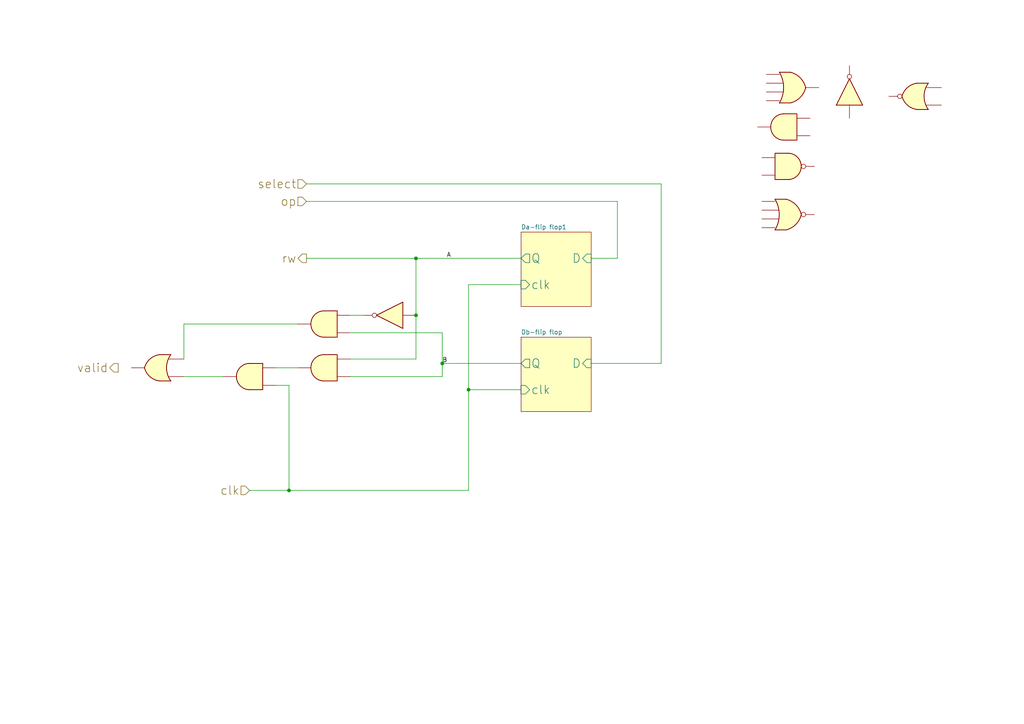
<source format=kicad_sch>
(kicad_sch (version 20230121) (generator eeschema)

  (uuid 6b968870-7e29-4056-ae30-e187795ba7d3)

  (paper "A4")

  (lib_symbols
    (symbol "4xxx:4001" (pin_names (offset 1.016)) (in_bom yes) (on_board yes)
      (property "Reference" "U382" (at 0 -8.89 0)
        (effects (font (size 1.27 1.27)) hide)
      )
      (property "Value" "4001" (at 0 -6.35 0)
        (effects (font (size 1.27 1.27)) hide)
      )
      (property "Footprint" "" (at 0 0 0)
        (effects (font (size 1.27 1.27)) hide)
      )
      (property "Datasheet" "http://www.intersil.com/content/dam/Intersil/documents/cd40/cd4000bms-01bms-02bms-25bms.pdf" (at 0 0 0)
        (effects (font (size 1.27 1.27)) hide)
      )
      (property "ki_locked" "" (at 0 0 0)
        (effects (font (size 1.27 1.27)))
      )
      (property "ki_keywords" "CMOS Nor2" (at 0 0 0)
        (effects (font (size 1.27 1.27)) hide)
      )
      (property "ki_description" "Quad Nor 2 inputs" (at 0 0 0)
        (effects (font (size 1.27 1.27)) hide)
      )
      (property "ki_fp_filters" "DIP?14*" (at 0 0 0)
        (effects (font (size 1.27 1.27)) hide)
      )
      (symbol "4001_1_1"
        (arc (start -3.81 -3.81) (mid -2.589 0) (end -3.81 3.81)
          (stroke (width 0.254) (type default))
          (fill (type none))
        )
        (arc (start -0.6096 -3.81) (mid 2.1842 -2.5851) (end 3.81 0)
          (stroke (width 0.254) (type default))
          (fill (type background))
        )
        (polyline
          (pts
            (xy -3.81 -3.81)
            (xy -0.635 -3.81)
          )
          (stroke (width 0.254) (type default))
          (fill (type background))
        )
        (polyline
          (pts
            (xy -3.81 3.81)
            (xy -0.635 3.81)
          )
          (stroke (width 0.254) (type default))
          (fill (type background))
        )
        (polyline
          (pts
            (xy -0.635 3.81)
            (xy -3.81 3.81)
            (xy -3.81 3.81)
            (xy -3.556 3.4036)
            (xy -3.0226 2.2606)
            (xy -2.6924 1.0414)
            (xy -2.6162 -0.254)
            (xy -2.7686 -1.4986)
            (xy -3.175 -2.7178)
            (xy -3.81 -3.81)
            (xy -3.81 -3.81)
            (xy -0.635 -3.81)
          )
          (stroke (width -25.4) (type default))
          (fill (type background))
        )
        (arc (start 3.81 0) (mid 2.1915 2.5936) (end -0.6096 3.81)
          (stroke (width 0.254) (type default))
          (fill (type background))
        )
        (pin input line (at -7.62 -2.54 0) (length 4.318)
          (name "~" (effects (font (size 1.27 1.27))))
          (number "" (effects (font (size 1.27 1.27))))
        )
        (pin input line (at -7.62 2.54 0) (length 4.318)
          (name "~" (effects (font (size 1.27 1.27))))
          (number "" (effects (font (size 1.27 1.27))))
        )
        (pin output inverted (at 7.62 0 180) (length 3.81)
          (name "~" (effects (font (size 1.27 1.27))))
          (number "" (effects (font (size 1.27 1.27))))
        )
      )
      (symbol "4001_1_2"
        (arc (start 0 -3.81) (mid 3.7934 0) (end 0 3.81)
          (stroke (width 0.254) (type default))
          (fill (type background))
        )
        (polyline
          (pts
            (xy 0 3.81)
            (xy -3.81 3.81)
            (xy -3.81 -3.81)
            (xy 0 -3.81)
          )
          (stroke (width 0.254) (type default))
          (fill (type background))
        )
        (pin input inverted (at -7.62 2.54 0) (length 3.81)
          (name "~" (effects (font (size 1.27 1.27))))
          (number "1" (effects (font (size 1.27 1.27))))
        )
        (pin input inverted (at -7.62 -2.54 0) (length 3.81)
          (name "~" (effects (font (size 1.27 1.27))))
          (number "2" (effects (font (size 1.27 1.27))))
        )
        (pin output line (at 7.62 0 180) (length 3.81)
          (name "~" (effects (font (size 1.27 1.27))))
          (number "3" (effects (font (size 1.27 1.27))))
        )
      )
      (symbol "4001_2_1"
        (arc (start -3.81 -3.81) (mid -2.589 0) (end -3.81 3.81)
          (stroke (width 0.254) (type default))
          (fill (type none))
        )
        (arc (start -0.6096 -3.81) (mid 2.1842 -2.5851) (end 3.81 0)
          (stroke (width 0.254) (type default))
          (fill (type background))
        )
        (polyline
          (pts
            (xy -3.81 -3.81)
            (xy -0.635 -3.81)
          )
          (stroke (width 0.254) (type default))
          (fill (type background))
        )
        (polyline
          (pts
            (xy -3.81 3.81)
            (xy -0.635 3.81)
          )
          (stroke (width 0.254) (type default))
          (fill (type background))
        )
        (polyline
          (pts
            (xy -0.635 3.81)
            (xy -3.81 3.81)
            (xy -3.81 3.81)
            (xy -3.556 3.4036)
            (xy -3.0226 2.2606)
            (xy -2.6924 1.0414)
            (xy -2.6162 -0.254)
            (xy -2.7686 -1.4986)
            (xy -3.175 -2.7178)
            (xy -3.81 -3.81)
            (xy -3.81 -3.81)
            (xy -0.635 -3.81)
          )
          (stroke (width -25.4) (type default))
          (fill (type background))
        )
        (arc (start 3.81 0) (mid 2.1915 2.5936) (end -0.6096 3.81)
          (stroke (width 0.254) (type default))
          (fill (type background))
        )
        (pin output inverted (at 7.62 0 180) (length 3.81)
          (name "~" (effects (font (size 1.27 1.27))))
          (number "4" (effects (font (size 1.27 1.27))))
        )
        (pin input line (at -7.62 2.54 0) (length 4.318)
          (name "~" (effects (font (size 1.27 1.27))))
          (number "5" (effects (font (size 1.27 1.27))))
        )
        (pin input line (at -7.62 -2.54 0) (length 4.318)
          (name "~" (effects (font (size 1.27 1.27))))
          (number "6" (effects (font (size 1.27 1.27))))
        )
      )
      (symbol "4001_2_2"
        (arc (start 0 -3.81) (mid 3.7934 0) (end 0 3.81)
          (stroke (width 0.254) (type default))
          (fill (type background))
        )
        (polyline
          (pts
            (xy 0 3.81)
            (xy -3.81 3.81)
            (xy -3.81 -3.81)
            (xy 0 -3.81)
          )
          (stroke (width 0.254) (type default))
          (fill (type background))
        )
        (pin output line (at 7.62 0 180) (length 3.81)
          (name "~" (effects (font (size 1.27 1.27))))
          (number "4" (effects (font (size 1.27 1.27))))
        )
        (pin input inverted (at -7.62 2.54 0) (length 3.81)
          (name "~" (effects (font (size 1.27 1.27))))
          (number "5" (effects (font (size 1.27 1.27))))
        )
        (pin input inverted (at -7.62 -2.54 0) (length 3.81)
          (name "~" (effects (font (size 1.27 1.27))))
          (number "6" (effects (font (size 1.27 1.27))))
        )
      )
      (symbol "4001_3_1"
        (arc (start -3.81 -3.81) (mid -2.589 0) (end -3.81 3.81)
          (stroke (width 0.254) (type default))
          (fill (type none))
        )
        (arc (start -0.6096 -3.81) (mid 2.1842 -2.5851) (end 3.81 0)
          (stroke (width 0.254) (type default))
          (fill (type background))
        )
        (polyline
          (pts
            (xy -3.81 -3.81)
            (xy -0.635 -3.81)
          )
          (stroke (width 0.254) (type default))
          (fill (type background))
        )
        (polyline
          (pts
            (xy -3.81 3.81)
            (xy -0.635 3.81)
          )
          (stroke (width 0.254) (type default))
          (fill (type background))
        )
        (polyline
          (pts
            (xy -0.635 3.81)
            (xy -3.81 3.81)
            (xy -3.81 3.81)
            (xy -3.556 3.4036)
            (xy -3.0226 2.2606)
            (xy -2.6924 1.0414)
            (xy -2.6162 -0.254)
            (xy -2.7686 -1.4986)
            (xy -3.175 -2.7178)
            (xy -3.81 -3.81)
            (xy -3.81 -3.81)
            (xy -0.635 -3.81)
          )
          (stroke (width -25.4) (type default))
          (fill (type background))
        )
        (arc (start 3.81 0) (mid 2.1915 2.5936) (end -0.6096 3.81)
          (stroke (width 0.254) (type default))
          (fill (type background))
        )
        (pin output inverted (at 7.62 0 180) (length 3.81)
          (name "~" (effects (font (size 1.27 1.27))))
          (number "10" (effects (font (size 1.27 1.27))))
        )
        (pin input line (at -7.62 2.54 0) (length 4.318)
          (name "~" (effects (font (size 1.27 1.27))))
          (number "8" (effects (font (size 1.27 1.27))))
        )
        (pin input line (at -7.62 -2.54 0) (length 4.318)
          (name "~" (effects (font (size 1.27 1.27))))
          (number "9" (effects (font (size 1.27 1.27))))
        )
      )
      (symbol "4001_3_2"
        (arc (start 0 -3.81) (mid 3.7934 0) (end 0 3.81)
          (stroke (width 0.254) (type default))
          (fill (type background))
        )
        (polyline
          (pts
            (xy 0 3.81)
            (xy -3.81 3.81)
            (xy -3.81 -3.81)
            (xy 0 -3.81)
          )
          (stroke (width 0.254) (type default))
          (fill (type background))
        )
        (pin output line (at 7.62 0 180) (length 3.81)
          (name "~" (effects (font (size 1.27 1.27))))
          (number "10" (effects (font (size 1.27 1.27))))
        )
        (pin input inverted (at -7.62 2.54 0) (length 3.81)
          (name "~" (effects (font (size 1.27 1.27))))
          (number "8" (effects (font (size 1.27 1.27))))
        )
        (pin input inverted (at -7.62 -2.54 0) (length 3.81)
          (name "~" (effects (font (size 1.27 1.27))))
          (number "9" (effects (font (size 1.27 1.27))))
        )
      )
      (symbol "4001_4_1"
        (arc (start -3.81 -3.81) (mid -2.589 0) (end -3.81 3.81)
          (stroke (width 0.254) (type default))
          (fill (type none))
        )
        (arc (start -0.6096 -3.81) (mid 2.1842 -2.5851) (end 3.81 0)
          (stroke (width 0.254) (type default))
          (fill (type background))
        )
        (polyline
          (pts
            (xy -3.81 -3.81)
            (xy -0.635 -3.81)
          )
          (stroke (width 0.254) (type default))
          (fill (type background))
        )
        (polyline
          (pts
            (xy -3.81 3.81)
            (xy -0.635 3.81)
          )
          (stroke (width 0.254) (type default))
          (fill (type background))
        )
        (polyline
          (pts
            (xy -0.635 3.81)
            (xy -3.81 3.81)
            (xy -3.81 3.81)
            (xy -3.556 3.4036)
            (xy -3.0226 2.2606)
            (xy -2.6924 1.0414)
            (xy -2.6162 -0.254)
            (xy -2.7686 -1.4986)
            (xy -3.175 -2.7178)
            (xy -3.81 -3.81)
            (xy -3.81 -3.81)
            (xy -0.635 -3.81)
          )
          (stroke (width -25.4) (type default))
          (fill (type background))
        )
        (arc (start 3.81 0) (mid 2.1915 2.5936) (end -0.6096 3.81)
          (stroke (width 0.254) (type default))
          (fill (type background))
        )
        (pin output inverted (at 7.62 0 180) (length 3.81)
          (name "~" (effects (font (size 1.27 1.27))))
          (number "11" (effects (font (size 1.27 1.27))))
        )
        (pin input line (at -7.62 2.54 0) (length 4.318)
          (name "~" (effects (font (size 1.27 1.27))))
          (number "12" (effects (font (size 1.27 1.27))))
        )
        (pin input line (at -7.62 -2.54 0) (length 4.318)
          (name "~" (effects (font (size 1.27 1.27))))
          (number "13" (effects (font (size 1.27 1.27))))
        )
      )
      (symbol "4001_4_2"
        (arc (start 0 -3.81) (mid 3.7934 0) (end 0 3.81)
          (stroke (width 0.254) (type default))
          (fill (type background))
        )
        (polyline
          (pts
            (xy 0 3.81)
            (xy -3.81 3.81)
            (xy -3.81 -3.81)
            (xy 0 -3.81)
          )
          (stroke (width 0.254) (type default))
          (fill (type background))
        )
        (pin output line (at 7.62 0 180) (length 3.81)
          (name "~" (effects (font (size 1.27 1.27))))
          (number "11" (effects (font (size 1.27 1.27))))
        )
        (pin input inverted (at -7.62 2.54 0) (length 3.81)
          (name "~" (effects (font (size 1.27 1.27))))
          (number "12" (effects (font (size 1.27 1.27))))
        )
        (pin input inverted (at -7.62 -2.54 0) (length 3.81)
          (name "~" (effects (font (size 1.27 1.27))))
          (number "13" (effects (font (size 1.27 1.27))))
        )
      )
      (symbol "4001_5_0"
        (pin power_in line (at 0 12.7 270) (length 5.08)
          (name "VDD" (effects (font (size 1.27 1.27))))
          (number "14" (effects (font (size 1.27 1.27))))
        )
        (pin power_in line (at 0 -12.7 90) (length 5.08)
          (name "VSS" (effects (font (size 1.27 1.27))))
          (number "7" (effects (font (size 1.27 1.27))))
        )
      )
      (symbol "4001_5_1"
        (rectangle (start -5.08 7.62) (end 5.08 -7.62)
          (stroke (width 0.254) (type default))
          (fill (type background))
        )
      )
    )
    (symbol "4xxx:4002" (pin_names (offset 1.016)) (in_bom yes) (on_board yes)
      (property "Reference" "U393" (at 0 8.89 0)
        (effects (font (size 1.27 1.27)) hide)
      )
      (property "Value" "4002" (at 0 6.35 0)
        (effects (font (size 1.27 1.27)) hide)
      )
      (property "Footprint" "" (at 0 0 0)
        (effects (font (size 1.27 1.27)) hide)
      )
      (property "Datasheet" "http://www.intersil.com/content/dam/Intersil/documents/cd40/cd4000bms-01bms-02bms-25bms.pdf" (at 0 -1.27 0)
        (effects (font (size 1.27 1.27)) hide)
      )
      (property "ki_locked" "" (at 0 0 0)
        (effects (font (size 1.27 1.27)))
      )
      (property "ki_keywords" "CMOS Nor4" (at 0 0 0)
        (effects (font (size 1.27 1.27)) hide)
      )
      (property "ki_description" "Dual  4 input NOR gate" (at 0 0 0)
        (effects (font (size 1.27 1.27)) hide)
      )
      (property "ki_fp_filters" "DIP?14*" (at 0 0 0)
        (effects (font (size 1.27 1.27)) hide)
      )
      (symbol "4002_1_1"
        (arc (start -3.81 -4.445) (mid -2.5908 0) (end -3.81 4.445)
          (stroke (width 0.254) (type default))
          (fill (type none))
        )
        (arc (start -0.6096 -4.445) (mid 2.2246 -2.8422) (end 3.81 0)
          (stroke (width 0.254) (type default))
          (fill (type background))
        )
        (polyline
          (pts
            (xy -3.81 -4.445)
            (xy -0.635 -4.445)
          )
          (stroke (width 0.254) (type default))
          (fill (type background))
        )
        (polyline
          (pts
            (xy -3.81 4.445)
            (xy -0.635 4.445)
          )
          (stroke (width 0.254) (type default))
          (fill (type background))
        )
        (polyline
          (pts
            (xy -0.635 4.445)
            (xy -3.81 4.445)
            (xy -3.81 4.445)
            (xy -3.6322 4.0894)
            (xy -3.0988 2.921)
            (xy -2.7686 1.6764)
            (xy -2.6162 0.4318)
            (xy -2.6416 -0.8636)
            (xy -2.8702 -2.1082)
            (xy -3.2512 -3.3274)
            (xy -3.81 -4.445)
            (xy -3.81 -4.445)
            (xy -0.635 -4.445)
          )
          (stroke (width -25.4) (type default))
          (fill (type background))
        )
        (arc (start 3.81 0) (mid 2.2204 2.8379) (end -0.6096 4.445)
          (stroke (width 0.254) (type default))
          (fill (type background))
        )
        (pin input line (at -7.62 -3.81 0) (length 3.81)
          (name "~" (effects (font (size 1.27 1.27))))
          (number "" (effects (font (size 1.27 1.27))))
        )
        (pin input line (at -7.62 -1.27 0) (length 4.826)
          (name "~" (effects (font (size 1.27 1.27))))
          (number "" (effects (font (size 1.27 1.27))))
        )
        (pin input line (at -7.62 1.27 0) (length 4.826)
          (name "~" (effects (font (size 1.27 1.27))))
          (number "" (effects (font (size 1.27 1.27))))
        )
        (pin input line (at -7.62 3.81 0) (length 3.81)
          (name "~" (effects (font (size 1.27 1.27))))
          (number "" (effects (font (size 1.27 1.27))))
        )
        (pin output inverted (at 7.62 0 180) (length 3.81)
          (name "~" (effects (font (size 1.27 1.27))))
          (number "" (effects (font (size 1.27 1.27))))
        )
      )
      (symbol "4002_1_2"
        (arc (start -0.635 -4.445) (mid 3.7907 0) (end -0.635 4.445)
          (stroke (width 0.254) (type default))
          (fill (type background))
        )
        (polyline
          (pts
            (xy -0.635 4.445)
            (xy -3.81 4.445)
            (xy -3.81 -4.445)
            (xy -0.635 -4.445)
          )
          (stroke (width 0.254) (type default))
          (fill (type background))
        )
        (pin output line (at 7.62 0 180) (length 3.81)
          (name "~" (effects (font (size 1.27 1.27))))
          (number "1" (effects (font (size 1.27 1.27))))
        )
        (pin input inverted (at -7.62 3.81 0) (length 3.81)
          (name "~" (effects (font (size 1.27 1.27))))
          (number "2" (effects (font (size 1.27 1.27))))
        )
        (pin input inverted (at -7.62 1.27 0) (length 3.81)
          (name "~" (effects (font (size 1.27 1.27))))
          (number "3" (effects (font (size 1.27 1.27))))
        )
        (pin input inverted (at -7.62 -1.27 0) (length 3.81)
          (name "~" (effects (font (size 1.27 1.27))))
          (number "4" (effects (font (size 1.27 1.27))))
        )
        (pin input inverted (at -7.62 -3.81 0) (length 3.81)
          (name "~" (effects (font (size 1.27 1.27))))
          (number "5" (effects (font (size 1.27 1.27))))
        )
      )
      (symbol "4002_2_1"
        (arc (start -3.81 -4.445) (mid -2.5908 0) (end -3.81 4.445)
          (stroke (width 0.254) (type default))
          (fill (type none))
        )
        (arc (start -0.6096 -4.445) (mid 2.2246 -2.8422) (end 3.81 0)
          (stroke (width 0.254) (type default))
          (fill (type background))
        )
        (polyline
          (pts
            (xy -3.81 -4.445)
            (xy -0.635 -4.445)
          )
          (stroke (width 0.254) (type default))
          (fill (type background))
        )
        (polyline
          (pts
            (xy -3.81 4.445)
            (xy -0.635 4.445)
          )
          (stroke (width 0.254) (type default))
          (fill (type background))
        )
        (polyline
          (pts
            (xy -0.635 4.445)
            (xy -3.81 4.445)
            (xy -3.81 4.445)
            (xy -3.6322 4.0894)
            (xy -3.0988 2.921)
            (xy -2.7686 1.6764)
            (xy -2.6162 0.4318)
            (xy -2.6416 -0.8636)
            (xy -2.8702 -2.1082)
            (xy -3.2512 -3.3274)
            (xy -3.81 -4.445)
            (xy -3.81 -4.445)
            (xy -0.635 -4.445)
          )
          (stroke (width -25.4) (type default))
          (fill (type background))
        )
        (arc (start 3.81 0) (mid 2.2204 2.8379) (end -0.6096 4.445)
          (stroke (width 0.254) (type default))
          (fill (type background))
        )
        (pin input line (at -7.62 1.27 0) (length 4.826)
          (name "~" (effects (font (size 1.27 1.27))))
          (number "10" (effects (font (size 1.27 1.27))))
        )
        (pin input line (at -7.62 -1.27 0) (length 4.826)
          (name "~" (effects (font (size 1.27 1.27))))
          (number "11" (effects (font (size 1.27 1.27))))
        )
        (pin input line (at -7.62 -3.81 0) (length 3.81)
          (name "~" (effects (font (size 1.27 1.27))))
          (number "12" (effects (font (size 1.27 1.27))))
        )
        (pin output inverted (at 7.62 0 180) (length 3.81)
          (name "~" (effects (font (size 1.27 1.27))))
          (number "13" (effects (font (size 1.27 1.27))))
        )
        (pin input line (at -7.62 3.81 0) (length 3.81)
          (name "~" (effects (font (size 1.27 1.27))))
          (number "9" (effects (font (size 1.27 1.27))))
        )
      )
      (symbol "4002_2_2"
        (arc (start -0.635 -4.445) (mid 3.7907 0) (end -0.635 4.445)
          (stroke (width 0.254) (type default))
          (fill (type background))
        )
        (polyline
          (pts
            (xy -0.635 4.445)
            (xy -3.81 4.445)
            (xy -3.81 -4.445)
            (xy -0.635 -4.445)
          )
          (stroke (width 0.254) (type default))
          (fill (type background))
        )
        (pin input inverted (at -7.62 1.27 0) (length 3.81)
          (name "~" (effects (font (size 1.27 1.27))))
          (number "10" (effects (font (size 1.27 1.27))))
        )
        (pin input inverted (at -7.62 -1.27 0) (length 3.81)
          (name "~" (effects (font (size 1.27 1.27))))
          (number "11" (effects (font (size 1.27 1.27))))
        )
        (pin input inverted (at -7.62 -3.81 0) (length 3.81)
          (name "~" (effects (font (size 1.27 1.27))))
          (number "12" (effects (font (size 1.27 1.27))))
        )
        (pin output line (at 7.62 0 180) (length 3.81)
          (name "~" (effects (font (size 1.27 1.27))))
          (number "13" (effects (font (size 1.27 1.27))))
        )
        (pin input inverted (at -7.62 3.81 0) (length 3.81)
          (name "~" (effects (font (size 1.27 1.27))))
          (number "9" (effects (font (size 1.27 1.27))))
        )
      )
      (symbol "4002_3_0"
        (pin power_in line (at 0 12.7 270) (length 5.08)
          (name "VDD" (effects (font (size 1.27 1.27))))
          (number "14" (effects (font (size 1.27 1.27))))
        )
        (pin power_in line (at 0 -12.7 90) (length 5.08)
          (name "VSS" (effects (font (size 1.27 1.27))))
          (number "7" (effects (font (size 1.27 1.27))))
        )
      )
      (symbol "4002_3_1"
        (rectangle (start -5.08 7.62) (end 5.08 -7.62)
          (stroke (width 0.254) (type default))
          (fill (type background))
        )
      )
    )
    (symbol "4xxx:4011" (pin_names (offset 1.016)) (in_bom yes) (on_board yes)
      (property "Reference" "U381" (at -0.0083 8.89 0)
        (effects (font (size 1.27 1.27)) hide)
      )
      (property "Value" "4011" (at -0.0083 6.35 0)
        (effects (font (size 1.27 1.27)) hide)
      )
      (property "Footprint" "" (at 0 0 0)
        (effects (font (size 1.27 1.27)) hide)
      )
      (property "Datasheet" "http://www.intersil.com/content/dam/Intersil/documents/cd40/cd4011bms-12bms-23bms.pdf" (at 0 0 0)
        (effects (font (size 1.27 1.27)) hide)
      )
      (property "ki_locked" "" (at 0 0 0)
        (effects (font (size 1.27 1.27)))
      )
      (property "ki_keywords" "CMOS Nand2" (at 0 0 0)
        (effects (font (size 1.27 1.27)) hide)
      )
      (property "ki_description" "Quad Nand 2 inputs" (at 0 0 0)
        (effects (font (size 1.27 1.27)) hide)
      )
      (property "ki_fp_filters" "DIP?14*" (at 0 0 0)
        (effects (font (size 1.27 1.27)) hide)
      )
      (symbol "4011_1_1"
        (arc (start 0 -3.81) (mid 3.7934 0) (end 0 3.81)
          (stroke (width 0.254) (type default))
          (fill (type background))
        )
        (polyline
          (pts
            (xy 0 3.81)
            (xy -3.81 3.81)
            (xy -3.81 -3.81)
            (xy 0 -3.81)
          )
          (stroke (width 0.254) (type default))
          (fill (type background))
        )
        (pin input line (at -7.62 -2.54 0) (length 3.81)
          (name "~" (effects (font (size 1.27 1.27))))
          (number "" (effects (font (size 1.27 1.27))))
        )
        (pin input line (at -7.62 2.54 0) (length 3.81)
          (name "~" (effects (font (size 1.27 1.27))))
          (number "" (effects (font (size 1.27 1.27))))
        )
        (pin output inverted (at 7.62 0 180) (length 3.81)
          (name "~" (effects (font (size 1.27 1.27))))
          (number "" (effects (font (size 1.27 1.27))))
        )
      )
      (symbol "4011_1_2"
        (arc (start -3.81 -3.81) (mid -2.589 0) (end -3.81 3.81)
          (stroke (width 0.254) (type default))
          (fill (type none))
        )
        (arc (start -0.6096 -3.81) (mid 2.1842 -2.5851) (end 3.81 0)
          (stroke (width 0.254) (type default))
          (fill (type background))
        )
        (polyline
          (pts
            (xy -3.81 -3.81)
            (xy -0.635 -3.81)
          )
          (stroke (width 0.254) (type default))
          (fill (type background))
        )
        (polyline
          (pts
            (xy -3.81 3.81)
            (xy -0.635 3.81)
          )
          (stroke (width 0.254) (type default))
          (fill (type background))
        )
        (polyline
          (pts
            (xy -0.635 3.81)
            (xy -3.81 3.81)
            (xy -3.81 3.81)
            (xy -3.556 3.4036)
            (xy -3.0226 2.2606)
            (xy -2.6924 1.0414)
            (xy -2.6162 -0.254)
            (xy -2.7686 -1.4986)
            (xy -3.175 -2.7178)
            (xy -3.81 -3.81)
            (xy -3.81 -3.81)
            (xy -0.635 -3.81)
          )
          (stroke (width -25.4) (type default))
          (fill (type background))
        )
        (arc (start 3.81 0) (mid 2.1915 2.5936) (end -0.6096 3.81)
          (stroke (width 0.254) (type default))
          (fill (type background))
        )
        (pin input inverted (at -7.62 2.54 0) (length 4.318)
          (name "~" (effects (font (size 1.27 1.27))))
          (number "1" (effects (font (size 1.27 1.27))))
        )
        (pin input inverted (at -7.62 -2.54 0) (length 4.318)
          (name "~" (effects (font (size 1.27 1.27))))
          (number "2" (effects (font (size 1.27 1.27))))
        )
        (pin output line (at 7.62 0 180) (length 3.81)
          (name "~" (effects (font (size 1.27 1.27))))
          (number "3" (effects (font (size 1.27 1.27))))
        )
      )
      (symbol "4011_2_1"
        (arc (start 0 -3.81) (mid 3.7934 0) (end 0 3.81)
          (stroke (width 0.254) (type default))
          (fill (type background))
        )
        (polyline
          (pts
            (xy 0 3.81)
            (xy -3.81 3.81)
            (xy -3.81 -3.81)
            (xy 0 -3.81)
          )
          (stroke (width 0.254) (type default))
          (fill (type background))
        )
        (pin output inverted (at 7.62 0 180) (length 3.81)
          (name "~" (effects (font (size 1.27 1.27))))
          (number "4" (effects (font (size 1.27 1.27))))
        )
        (pin input line (at -7.62 2.54 0) (length 3.81)
          (name "~" (effects (font (size 1.27 1.27))))
          (number "5" (effects (font (size 1.27 1.27))))
        )
        (pin input line (at -7.62 -2.54 0) (length 3.81)
          (name "~" (effects (font (size 1.27 1.27))))
          (number "6" (effects (font (size 1.27 1.27))))
        )
      )
      (symbol "4011_2_2"
        (arc (start -3.81 -3.81) (mid -2.589 0) (end -3.81 3.81)
          (stroke (width 0.254) (type default))
          (fill (type none))
        )
        (arc (start -0.6096 -3.81) (mid 2.1842 -2.5851) (end 3.81 0)
          (stroke (width 0.254) (type default))
          (fill (type background))
        )
        (polyline
          (pts
            (xy -3.81 -3.81)
            (xy -0.635 -3.81)
          )
          (stroke (width 0.254) (type default))
          (fill (type background))
        )
        (polyline
          (pts
            (xy -3.81 3.81)
            (xy -0.635 3.81)
          )
          (stroke (width 0.254) (type default))
          (fill (type background))
        )
        (polyline
          (pts
            (xy -0.635 3.81)
            (xy -3.81 3.81)
            (xy -3.81 3.81)
            (xy -3.556 3.4036)
            (xy -3.0226 2.2606)
            (xy -2.6924 1.0414)
            (xy -2.6162 -0.254)
            (xy -2.7686 -1.4986)
            (xy -3.175 -2.7178)
            (xy -3.81 -3.81)
            (xy -3.81 -3.81)
            (xy -0.635 -3.81)
          )
          (stroke (width -25.4) (type default))
          (fill (type background))
        )
        (arc (start 3.81 0) (mid 2.1915 2.5936) (end -0.6096 3.81)
          (stroke (width 0.254) (type default))
          (fill (type background))
        )
        (pin output line (at 7.62 0 180) (length 3.81)
          (name "~" (effects (font (size 1.27 1.27))))
          (number "4" (effects (font (size 1.27 1.27))))
        )
        (pin input inverted (at -7.62 2.54 0) (length 4.318)
          (name "~" (effects (font (size 1.27 1.27))))
          (number "5" (effects (font (size 1.27 1.27))))
        )
        (pin input inverted (at -7.62 -2.54 0) (length 4.318)
          (name "~" (effects (font (size 1.27 1.27))))
          (number "6" (effects (font (size 1.27 1.27))))
        )
      )
      (symbol "4011_3_1"
        (arc (start 0 -3.81) (mid 3.7934 0) (end 0 3.81)
          (stroke (width 0.254) (type default))
          (fill (type background))
        )
        (polyline
          (pts
            (xy 0 3.81)
            (xy -3.81 3.81)
            (xy -3.81 -3.81)
            (xy 0 -3.81)
          )
          (stroke (width 0.254) (type default))
          (fill (type background))
        )
        (pin output inverted (at 7.62 0 180) (length 3.81)
          (name "~" (effects (font (size 1.27 1.27))))
          (number "10" (effects (font (size 1.27 1.27))))
        )
        (pin input line (at -7.62 2.54 0) (length 3.81)
          (name "~" (effects (font (size 1.27 1.27))))
          (number "8" (effects (font (size 1.27 1.27))))
        )
        (pin input line (at -7.62 -2.54 0) (length 3.81)
          (name "~" (effects (font (size 1.27 1.27))))
          (number "9" (effects (font (size 1.27 1.27))))
        )
      )
      (symbol "4011_3_2"
        (arc (start -3.81 -3.81) (mid -2.589 0) (end -3.81 3.81)
          (stroke (width 0.254) (type default))
          (fill (type none))
        )
        (arc (start -0.6096 -3.81) (mid 2.1842 -2.5851) (end 3.81 0)
          (stroke (width 0.254) (type default))
          (fill (type background))
        )
        (polyline
          (pts
            (xy -3.81 -3.81)
            (xy -0.635 -3.81)
          )
          (stroke (width 0.254) (type default))
          (fill (type background))
        )
        (polyline
          (pts
            (xy -3.81 3.81)
            (xy -0.635 3.81)
          )
          (stroke (width 0.254) (type default))
          (fill (type background))
        )
        (polyline
          (pts
            (xy -0.635 3.81)
            (xy -3.81 3.81)
            (xy -3.81 3.81)
            (xy -3.556 3.4036)
            (xy -3.0226 2.2606)
            (xy -2.6924 1.0414)
            (xy -2.6162 -0.254)
            (xy -2.7686 -1.4986)
            (xy -3.175 -2.7178)
            (xy -3.81 -3.81)
            (xy -3.81 -3.81)
            (xy -0.635 -3.81)
          )
          (stroke (width -25.4) (type default))
          (fill (type background))
        )
        (arc (start 3.81 0) (mid 2.1915 2.5936) (end -0.6096 3.81)
          (stroke (width 0.254) (type default))
          (fill (type background))
        )
        (pin output line (at 7.62 0 180) (length 3.81)
          (name "~" (effects (font (size 1.27 1.27))))
          (number "10" (effects (font (size 1.27 1.27))))
        )
        (pin input inverted (at -7.62 2.54 0) (length 4.318)
          (name "~" (effects (font (size 1.27 1.27))))
          (number "8" (effects (font (size 1.27 1.27))))
        )
        (pin input inverted (at -7.62 -2.54 0) (length 4.318)
          (name "~" (effects (font (size 1.27 1.27))))
          (number "9" (effects (font (size 1.27 1.27))))
        )
      )
      (symbol "4011_4_1"
        (arc (start 0 -3.81) (mid 3.7934 0) (end 0 3.81)
          (stroke (width 0.254) (type default))
          (fill (type background))
        )
        (polyline
          (pts
            (xy 0 3.81)
            (xy -3.81 3.81)
            (xy -3.81 -3.81)
            (xy 0 -3.81)
          )
          (stroke (width 0.254) (type default))
          (fill (type background))
        )
        (pin output inverted (at 7.62 0 180) (length 3.81)
          (name "~" (effects (font (size 1.27 1.27))))
          (number "11" (effects (font (size 1.27 1.27))))
        )
        (pin input line (at -7.62 2.54 0) (length 3.81)
          (name "~" (effects (font (size 1.27 1.27))))
          (number "12" (effects (font (size 1.27 1.27))))
        )
        (pin input line (at -7.62 -2.54 0) (length 3.81)
          (name "~" (effects (font (size 1.27 1.27))))
          (number "13" (effects (font (size 1.27 1.27))))
        )
      )
      (symbol "4011_4_2"
        (arc (start -3.81 -3.81) (mid -2.589 0) (end -3.81 3.81)
          (stroke (width 0.254) (type default))
          (fill (type none))
        )
        (arc (start -0.6096 -3.81) (mid 2.1842 -2.5851) (end 3.81 0)
          (stroke (width 0.254) (type default))
          (fill (type background))
        )
        (polyline
          (pts
            (xy -3.81 -3.81)
            (xy -0.635 -3.81)
          )
          (stroke (width 0.254) (type default))
          (fill (type background))
        )
        (polyline
          (pts
            (xy -3.81 3.81)
            (xy -0.635 3.81)
          )
          (stroke (width 0.254) (type default))
          (fill (type background))
        )
        (polyline
          (pts
            (xy -0.635 3.81)
            (xy -3.81 3.81)
            (xy -3.81 3.81)
            (xy -3.556 3.4036)
            (xy -3.0226 2.2606)
            (xy -2.6924 1.0414)
            (xy -2.6162 -0.254)
            (xy -2.7686 -1.4986)
            (xy -3.175 -2.7178)
            (xy -3.81 -3.81)
            (xy -3.81 -3.81)
            (xy -0.635 -3.81)
          )
          (stroke (width -25.4) (type default))
          (fill (type background))
        )
        (arc (start 3.81 0) (mid 2.1915 2.5936) (end -0.6096 3.81)
          (stroke (width 0.254) (type default))
          (fill (type background))
        )
        (pin output line (at 7.62 0 180) (length 3.81)
          (name "~" (effects (font (size 1.27 1.27))))
          (number "11" (effects (font (size 1.27 1.27))))
        )
        (pin input inverted (at -7.62 2.54 0) (length 4.318)
          (name "~" (effects (font (size 1.27 1.27))))
          (number "12" (effects (font (size 1.27 1.27))))
        )
        (pin input inverted (at -7.62 -2.54 0) (length 4.318)
          (name "~" (effects (font (size 1.27 1.27))))
          (number "13" (effects (font (size 1.27 1.27))))
        )
      )
      (symbol "4011_5_0"
        (pin power_in line (at 0 12.7 270) (length 5.08)
          (name "VDD" (effects (font (size 1.27 1.27))))
          (number "14" (effects (font (size 1.27 1.27))))
        )
        (pin power_in line (at 0 -12.7 90) (length 5.08)
          (name "VSS" (effects (font (size 1.27 1.27))))
          (number "7" (effects (font (size 1.27 1.27))))
        )
      )
      (symbol "4011_5_1"
        (rectangle (start -5.08 7.62) (end 5.08 -7.62)
          (stroke (width 0.254) (type default))
          (fill (type background))
        )
      )
    )
    (symbol "4xxx:4069" (pin_names (offset 1.016)) (in_bom yes) (on_board yes)
      (property "Reference" "U378" (at 0 8.89 0)
        (effects (font (size 1.27 1.27)) hide)
      )
      (property "Value" "4069" (at 0 6.35 0)
        (effects (font (size 1.27 1.27)) hide)
      )
      (property "Footprint" "" (at 0 0 0)
        (effects (font (size 1.27 1.27)) hide)
      )
      (property "Datasheet" "http://www.intersil.com/content/dam/Intersil/documents/cd40/cd4069ubms.pdf" (at 0 0 0)
        (effects (font (size 1.27 1.27)) hide)
      )
      (property "ki_locked" "" (at 0 0 0)
        (effects (font (size 1.27 1.27)))
      )
      (property "ki_keywords" "CMOS NOT" (at 0 0 0)
        (effects (font (size 1.27 1.27)) hide)
      )
      (property "ki_description" "Hex inverter" (at 0 0 0)
        (effects (font (size 1.27 1.27)) hide)
      )
      (property "ki_fp_filters" "DIP?14*" (at 0 0 0)
        (effects (font (size 1.27 1.27)) hide)
      )
      (symbol "4069_1_0"
        (polyline
          (pts
            (xy -3.81 3.81)
            (xy -3.81 -3.81)
            (xy 3.81 0)
            (xy -3.81 3.81)
          )
          (stroke (width 0.254) (type default))
          (fill (type background))
        )
        (pin input line (at -7.62 0 0) (length 3.81)
          (name "~" (effects (font (size 1.27 1.27))))
          (number "" (effects (font (size 1.27 1.27))))
        )
        (pin output inverted (at 7.62 0 180) (length 3.81)
          (name "~" (effects (font (size 1.27 1.27))))
          (number "" (effects (font (size 1.27 1.27))))
        )
      )
      (symbol "4069_2_0"
        (polyline
          (pts
            (xy -3.81 3.81)
            (xy -3.81 -3.81)
            (xy 3.81 0)
            (xy -3.81 3.81)
          )
          (stroke (width 0.254) (type default))
          (fill (type background))
        )
        (pin input line (at -7.62 0 0) (length 3.81)
          (name "~" (effects (font (size 1.27 1.27))))
          (number "3" (effects (font (size 1.27 1.27))))
        )
        (pin output inverted (at 7.62 0 180) (length 3.81)
          (name "~" (effects (font (size 1.27 1.27))))
          (number "4" (effects (font (size 1.27 1.27))))
        )
      )
      (symbol "4069_3_0"
        (polyline
          (pts
            (xy -3.81 3.81)
            (xy -3.81 -3.81)
            (xy 3.81 0)
            (xy -3.81 3.81)
          )
          (stroke (width 0.254) (type default))
          (fill (type background))
        )
        (pin input line (at -7.62 0 0) (length 3.81)
          (name "~" (effects (font (size 1.27 1.27))))
          (number "5" (effects (font (size 1.27 1.27))))
        )
        (pin output inverted (at 7.62 0 180) (length 3.81)
          (name "~" (effects (font (size 1.27 1.27))))
          (number "6" (effects (font (size 1.27 1.27))))
        )
      )
      (symbol "4069_4_0"
        (polyline
          (pts
            (xy -3.81 3.81)
            (xy -3.81 -3.81)
            (xy 3.81 0)
            (xy -3.81 3.81)
          )
          (stroke (width 0.254) (type default))
          (fill (type background))
        )
        (pin output inverted (at 7.62 0 180) (length 3.81)
          (name "~" (effects (font (size 1.27 1.27))))
          (number "8" (effects (font (size 1.27 1.27))))
        )
        (pin input line (at -7.62 0 0) (length 3.81)
          (name "~" (effects (font (size 1.27 1.27))))
          (number "9" (effects (font (size 1.27 1.27))))
        )
      )
      (symbol "4069_5_0"
        (polyline
          (pts
            (xy -3.81 3.81)
            (xy -3.81 -3.81)
            (xy 3.81 0)
            (xy -3.81 3.81)
          )
          (stroke (width 0.254) (type default))
          (fill (type background))
        )
        (pin output inverted (at 7.62 0 180) (length 3.81)
          (name "~" (effects (font (size 1.27 1.27))))
          (number "10" (effects (font (size 1.27 1.27))))
        )
        (pin input line (at -7.62 0 0) (length 3.81)
          (name "~" (effects (font (size 1.27 1.27))))
          (number "11" (effects (font (size 1.27 1.27))))
        )
      )
      (symbol "4069_6_0"
        (polyline
          (pts
            (xy -3.81 3.81)
            (xy -3.81 -3.81)
            (xy 3.81 0)
            (xy -3.81 3.81)
          )
          (stroke (width 0.254) (type default))
          (fill (type background))
        )
        (pin output inverted (at 7.62 0 180) (length 3.81)
          (name "~" (effects (font (size 1.27 1.27))))
          (number "12" (effects (font (size 1.27 1.27))))
        )
        (pin input line (at -7.62 0 0) (length 3.81)
          (name "~" (effects (font (size 1.27 1.27))))
          (number "13" (effects (font (size 1.27 1.27))))
        )
      )
      (symbol "4069_7_0"
        (pin power_in line (at 0 12.7 270) (length 5.08)
          (name "VDD" (effects (font (size 1.27 1.27))))
          (number "14" (effects (font (size 1.27 1.27))))
        )
        (pin power_in line (at 0 -12.7 90) (length 5.08)
          (name "VSS" (effects (font (size 1.27 1.27))))
          (number "7" (effects (font (size 1.27 1.27))))
        )
      )
      (symbol "4069_7_1"
        (rectangle (start -5.08 7.62) (end 5.08 -7.62)
          (stroke (width 0.254) (type default))
          (fill (type background))
        )
      )
    )
    (symbol "4xxx:4071" (pin_names (offset 1.016)) (in_bom yes) (on_board yes)
      (property "Reference" "U682" (at 0 -8.89 0)
        (effects (font (size 1.27 1.27)))
      )
      (property "Value" "4071" (at 0 -6.35 0)
        (effects (font (size 1.27 1.27)))
      )
      (property "Footprint" "" (at 0 0 0)
        (effects (font (size 1.27 1.27)) hide)
      )
      (property "Datasheet" "http://www.intersil.com/content/dam/Intersil/documents/cd40/cd4071bms-72bms-75bms.pdf" (at 0 0 0)
        (effects (font (size 1.27 1.27)) hide)
      )
      (property "ki_locked" "" (at 0 0 0)
        (effects (font (size 1.27 1.27)))
      )
      (property "ki_keywords" "CMOS OR2" (at 0 0 0)
        (effects (font (size 1.27 1.27)) hide)
      )
      (property "ki_description" "Quad Or 2 inputs" (at 0 0 0)
        (effects (font (size 1.27 1.27)) hide)
      )
      (property "ki_fp_filters" "DIP?14*" (at 0 0 0)
        (effects (font (size 1.27 1.27)) hide)
      )
      (symbol "4071_1_1"
        (arc (start -3.81 -3.81) (mid -2.589 0) (end -3.81 3.81)
          (stroke (width 0.254) (type default))
          (fill (type none))
        )
        (arc (start -0.6096 -3.81) (mid 2.1842 -2.5851) (end 3.81 0)
          (stroke (width 0.254) (type default))
          (fill (type background))
        )
        (polyline
          (pts
            (xy -3.81 -3.81)
            (xy -0.635 -3.81)
          )
          (stroke (width 0.254) (type default))
          (fill (type background))
        )
        (polyline
          (pts
            (xy -3.81 3.81)
            (xy -0.635 3.81)
          )
          (stroke (width 0.254) (type default))
          (fill (type background))
        )
        (polyline
          (pts
            (xy -0.635 3.81)
            (xy -3.81 3.81)
            (xy -3.81 3.81)
            (xy -3.556 3.4036)
            (xy -3.0226 2.2606)
            (xy -2.6924 1.0414)
            (xy -2.6162 -0.254)
            (xy -2.7686 -1.4986)
            (xy -3.175 -2.7178)
            (xy -3.81 -3.81)
            (xy -3.81 -3.81)
            (xy -0.635 -3.81)
          )
          (stroke (width -25.4) (type default))
          (fill (type background))
        )
        (arc (start 3.81 0) (mid 2.1915 2.5936) (end -0.6096 3.81)
          (stroke (width 0.254) (type default))
          (fill (type background))
        )
        (pin input line (at -7.62 -2.54 0) (length 4.318)
          (name "~" (effects (font (size 1.27 1.27))))
          (number "" (effects (font (size 1.27 1.27))))
        )
        (pin input line (at -7.62 2.54 0) (length 4.318)
          (name "~" (effects (font (size 1.27 1.27))))
          (number "" (effects (font (size 1.27 1.27))))
        )
        (pin output line (at 7.62 0 180) (length 3.81)
          (name "~" (effects (font (size 1.27 1.27))))
          (number "" (effects (font (size 1.27 1.27))))
        )
      )
      (symbol "4071_1_2"
        (arc (start 0 -3.81) (mid 3.7934 0) (end 0 3.81)
          (stroke (width 0.254) (type default))
          (fill (type background))
        )
        (polyline
          (pts
            (xy 0 3.81)
            (xy -3.81 3.81)
            (xy -3.81 -3.81)
            (xy 0 -3.81)
          )
          (stroke (width 0.254) (type default))
          (fill (type background))
        )
        (pin input inverted (at -7.62 2.54 0) (length 3.81)
          (name "~" (effects (font (size 1.27 1.27))))
          (number "1" (effects (font (size 1.27 1.27))))
        )
        (pin input inverted (at -7.62 -2.54 0) (length 3.81)
          (name "~" (effects (font (size 1.27 1.27))))
          (number "2" (effects (font (size 1.27 1.27))))
        )
        (pin output inverted (at 7.62 0 180) (length 3.81)
          (name "~" (effects (font (size 1.27 1.27))))
          (number "3" (effects (font (size 1.27 1.27))))
        )
      )
      (symbol "4071_2_1"
        (arc (start -3.81 -3.81) (mid -2.589 0) (end -3.81 3.81)
          (stroke (width 0.254) (type default))
          (fill (type none))
        )
        (arc (start -0.6096 -3.81) (mid 2.1842 -2.5851) (end 3.81 0)
          (stroke (width 0.254) (type default))
          (fill (type background))
        )
        (polyline
          (pts
            (xy -3.81 -3.81)
            (xy -0.635 -3.81)
          )
          (stroke (width 0.254) (type default))
          (fill (type background))
        )
        (polyline
          (pts
            (xy -3.81 3.81)
            (xy -0.635 3.81)
          )
          (stroke (width 0.254) (type default))
          (fill (type background))
        )
        (polyline
          (pts
            (xy -0.635 3.81)
            (xy -3.81 3.81)
            (xy -3.81 3.81)
            (xy -3.556 3.4036)
            (xy -3.0226 2.2606)
            (xy -2.6924 1.0414)
            (xy -2.6162 -0.254)
            (xy -2.7686 -1.4986)
            (xy -3.175 -2.7178)
            (xy -3.81 -3.81)
            (xy -3.81 -3.81)
            (xy -0.635 -3.81)
          )
          (stroke (width -25.4) (type default))
          (fill (type background))
        )
        (arc (start 3.81 0) (mid 2.1915 2.5936) (end -0.6096 3.81)
          (stroke (width 0.254) (type default))
          (fill (type background))
        )
        (pin output line (at 7.62 0 180) (length 3.81)
          (name "~" (effects (font (size 1.27 1.27))))
          (number "4" (effects (font (size 1.27 1.27))))
        )
        (pin input line (at -7.62 2.54 0) (length 4.318)
          (name "~" (effects (font (size 1.27 1.27))))
          (number "5" (effects (font (size 1.27 1.27))))
        )
        (pin input line (at -7.62 -2.54 0) (length 4.318)
          (name "~" (effects (font (size 1.27 1.27))))
          (number "6" (effects (font (size 1.27 1.27))))
        )
      )
      (symbol "4071_2_2"
        (arc (start 0 -3.81) (mid 3.7934 0) (end 0 3.81)
          (stroke (width 0.254) (type default))
          (fill (type background))
        )
        (polyline
          (pts
            (xy 0 3.81)
            (xy -3.81 3.81)
            (xy -3.81 -3.81)
            (xy 0 -3.81)
          )
          (stroke (width 0.254) (type default))
          (fill (type background))
        )
        (pin output inverted (at 7.62 0 180) (length 3.81)
          (name "~" (effects (font (size 1.27 1.27))))
          (number "4" (effects (font (size 1.27 1.27))))
        )
        (pin input inverted (at -7.62 2.54 0) (length 3.81)
          (name "~" (effects (font (size 1.27 1.27))))
          (number "5" (effects (font (size 1.27 1.27))))
        )
        (pin input inverted (at -7.62 -2.54 0) (length 3.81)
          (name "~" (effects (font (size 1.27 1.27))))
          (number "6" (effects (font (size 1.27 1.27))))
        )
      )
      (symbol "4071_3_1"
        (arc (start -3.81 -3.81) (mid -2.589 0) (end -3.81 3.81)
          (stroke (width 0.254) (type default))
          (fill (type none))
        )
        (arc (start -0.6096 -3.81) (mid 2.1842 -2.5851) (end 3.81 0)
          (stroke (width 0.254) (type default))
          (fill (type background))
        )
        (polyline
          (pts
            (xy -3.81 -3.81)
            (xy -0.635 -3.81)
          )
          (stroke (width 0.254) (type default))
          (fill (type background))
        )
        (polyline
          (pts
            (xy -3.81 3.81)
            (xy -0.635 3.81)
          )
          (stroke (width 0.254) (type default))
          (fill (type background))
        )
        (polyline
          (pts
            (xy -0.635 3.81)
            (xy -3.81 3.81)
            (xy -3.81 3.81)
            (xy -3.556 3.4036)
            (xy -3.0226 2.2606)
            (xy -2.6924 1.0414)
            (xy -2.6162 -0.254)
            (xy -2.7686 -1.4986)
            (xy -3.175 -2.7178)
            (xy -3.81 -3.81)
            (xy -3.81 -3.81)
            (xy -0.635 -3.81)
          )
          (stroke (width -25.4) (type default))
          (fill (type background))
        )
        (arc (start 3.81 0) (mid 2.1915 2.5936) (end -0.6096 3.81)
          (stroke (width 0.254) (type default))
          (fill (type background))
        )
        (pin output line (at 7.62 0 180) (length 3.81)
          (name "~" (effects (font (size 1.27 1.27))))
          (number "10" (effects (font (size 1.27 1.27))))
        )
        (pin input line (at -7.62 2.54 0) (length 4.318)
          (name "~" (effects (font (size 1.27 1.27))))
          (number "8" (effects (font (size 1.27 1.27))))
        )
        (pin input line (at -7.62 -2.54 0) (length 4.318)
          (name "~" (effects (font (size 1.27 1.27))))
          (number "9" (effects (font (size 1.27 1.27))))
        )
      )
      (symbol "4071_3_2"
        (arc (start 0 -3.81) (mid 3.7934 0) (end 0 3.81)
          (stroke (width 0.254) (type default))
          (fill (type background))
        )
        (polyline
          (pts
            (xy 0 3.81)
            (xy -3.81 3.81)
            (xy -3.81 -3.81)
            (xy 0 -3.81)
          )
          (stroke (width 0.254) (type default))
          (fill (type background))
        )
        (pin output inverted (at 7.62 0 180) (length 3.81)
          (name "~" (effects (font (size 1.27 1.27))))
          (number "10" (effects (font (size 1.27 1.27))))
        )
        (pin input inverted (at -7.62 2.54 0) (length 3.81)
          (name "~" (effects (font (size 1.27 1.27))))
          (number "8" (effects (font (size 1.27 1.27))))
        )
        (pin input inverted (at -7.62 -2.54 0) (length 3.81)
          (name "~" (effects (font (size 1.27 1.27))))
          (number "9" (effects (font (size 1.27 1.27))))
        )
      )
      (symbol "4071_4_1"
        (arc (start -3.81 -3.81) (mid -2.589 0) (end -3.81 3.81)
          (stroke (width 0.254) (type default))
          (fill (type none))
        )
        (arc (start -0.6096 -3.81) (mid 2.1842 -2.5851) (end 3.81 0)
          (stroke (width 0.254) (type default))
          (fill (type background))
        )
        (polyline
          (pts
            (xy -3.81 -3.81)
            (xy -0.635 -3.81)
          )
          (stroke (width 0.254) (type default))
          (fill (type background))
        )
        (polyline
          (pts
            (xy -3.81 3.81)
            (xy -0.635 3.81)
          )
          (stroke (width 0.254) (type default))
          (fill (type background))
        )
        (polyline
          (pts
            (xy -0.635 3.81)
            (xy -3.81 3.81)
            (xy -3.81 3.81)
            (xy -3.556 3.4036)
            (xy -3.0226 2.2606)
            (xy -2.6924 1.0414)
            (xy -2.6162 -0.254)
            (xy -2.7686 -1.4986)
            (xy -3.175 -2.7178)
            (xy -3.81 -3.81)
            (xy -3.81 -3.81)
            (xy -0.635 -3.81)
          )
          (stroke (width -25.4) (type default))
          (fill (type background))
        )
        (arc (start 3.81 0) (mid 2.1915 2.5936) (end -0.6096 3.81)
          (stroke (width 0.254) (type default))
          (fill (type background))
        )
        (pin output line (at 7.62 0 180) (length 3.81)
          (name "~" (effects (font (size 1.27 1.27))))
          (number "11" (effects (font (size 1.27 1.27))))
        )
        (pin input line (at -7.62 2.54 0) (length 4.318)
          (name "~" (effects (font (size 1.27 1.27))))
          (number "12" (effects (font (size 1.27 1.27))))
        )
        (pin input line (at -7.62 -2.54 0) (length 4.318)
          (name "~" (effects (font (size 1.27 1.27))))
          (number "13" (effects (font (size 1.27 1.27))))
        )
      )
      (symbol "4071_4_2"
        (arc (start 0 -3.81) (mid 3.7934 0) (end 0 3.81)
          (stroke (width 0.254) (type default))
          (fill (type background))
        )
        (polyline
          (pts
            (xy 0 3.81)
            (xy -3.81 3.81)
            (xy -3.81 -3.81)
            (xy 0 -3.81)
          )
          (stroke (width 0.254) (type default))
          (fill (type background))
        )
        (pin output inverted (at 7.62 0 180) (length 3.81)
          (name "~" (effects (font (size 1.27 1.27))))
          (number "11" (effects (font (size 1.27 1.27))))
        )
        (pin input inverted (at -7.62 2.54 0) (length 3.81)
          (name "~" (effects (font (size 1.27 1.27))))
          (number "12" (effects (font (size 1.27 1.27))))
        )
        (pin input inverted (at -7.62 -2.54 0) (length 3.81)
          (name "~" (effects (font (size 1.27 1.27))))
          (number "13" (effects (font (size 1.27 1.27))))
        )
      )
      (symbol "4071_5_0"
        (pin power_in line (at 0 12.7 270) (length 5.08)
          (name "VDD" (effects (font (size 1.27 1.27))))
          (number "14" (effects (font (size 1.27 1.27))))
        )
        (pin power_in line (at 0 -12.7 90) (length 5.08)
          (name "VSS" (effects (font (size 1.27 1.27))))
          (number "7" (effects (font (size 1.27 1.27))))
        )
      )
      (symbol "4071_5_1"
        (rectangle (start -5.08 7.62) (end 5.08 -7.62)
          (stroke (width 0.254) (type default))
          (fill (type background))
        )
      )
    )
    (symbol "4xxx:4072" (pin_names (offset 1.016)) (in_bom yes) (on_board yes)
      (property "Reference" "U379" (at 0 8.89 0)
        (effects (font (size 1.27 1.27)) hide)
      )
      (property "Value" "4072" (at 0 6.35 0)
        (effects (font (size 1.27 1.27)) hide)
      )
      (property "Footprint" "" (at 0 0 0)
        (effects (font (size 1.27 1.27)) hide)
      )
      (property "Datasheet" "http://www.intersil.com/content/dam/Intersil/documents/cd40/cd4071bms-72bms-75bms.pdf" (at 0 0 0)
        (effects (font (size 1.27 1.27)) hide)
      )
      (property "ki_locked" "" (at 0 0 0)
        (effects (font (size 1.27 1.27)))
      )
      (property "ki_keywords" "CMOS OR4" (at 0 0 0)
        (effects (font (size 1.27 1.27)) hide)
      )
      (property "ki_description" "Dual 4 input OR gate" (at 0 0 0)
        (effects (font (size 1.27 1.27)) hide)
      )
      (property "ki_fp_filters" "DIP?14*" (at 0 0 0)
        (effects (font (size 1.27 1.27)) hide)
      )
      (symbol "4072_1_1"
        (arc (start -3.81 -4.445) (mid -2.5908 0) (end -3.81 4.445)
          (stroke (width 0.254) (type default))
          (fill (type none))
        )
        (arc (start -0.6096 -4.445) (mid 2.2246 -2.8422) (end 3.81 0)
          (stroke (width 0.254) (type default))
          (fill (type background))
        )
        (polyline
          (pts
            (xy -3.81 -4.445)
            (xy -0.635 -4.445)
          )
          (stroke (width 0.254) (type default))
          (fill (type background))
        )
        (polyline
          (pts
            (xy -3.81 4.445)
            (xy -0.635 4.445)
          )
          (stroke (width 0.254) (type default))
          (fill (type background))
        )
        (polyline
          (pts
            (xy -0.635 4.445)
            (xy -3.81 4.445)
            (xy -3.81 4.445)
            (xy -3.6322 4.0894)
            (xy -3.0988 2.921)
            (xy -2.7686 1.6764)
            (xy -2.6162 0.4318)
            (xy -2.6416 -0.8636)
            (xy -2.8702 -2.1082)
            (xy -3.2512 -3.3274)
            (xy -3.81 -4.445)
            (xy -3.81 -4.445)
            (xy -0.635 -4.445)
          )
          (stroke (width -25.4) (type default))
          (fill (type background))
        )
        (arc (start 3.81 0) (mid 2.2204 2.8379) (end -0.6096 4.445)
          (stroke (width 0.254) (type default))
          (fill (type background))
        )
        (pin input line (at -7.62 -3.81 0) (length 3.81)
          (name "~" (effects (font (size 1.27 1.27))))
          (number "" (effects (font (size 1.27 1.27))))
        )
        (pin input line (at -7.62 -1.27 0) (length 4.826)
          (name "~" (effects (font (size 1.27 1.27))))
          (number "" (effects (font (size 1.27 1.27))))
        )
        (pin input line (at -7.62 1.27 0) (length 4.826)
          (name "~" (effects (font (size 1.27 1.27))))
          (number "" (effects (font (size 1.27 1.27))))
        )
        (pin input line (at -7.62 3.81 0) (length 3.81)
          (name "~" (effects (font (size 1.27 1.27))))
          (number "" (effects (font (size 1.27 1.27))))
        )
        (pin output line (at 7.62 0 180) (length 3.81)
          (name "~" (effects (font (size 1.27 1.27))))
          (number "" (effects (font (size 1.27 1.27))))
        )
      )
      (symbol "4072_1_2"
        (arc (start -0.635 -4.445) (mid 3.7907 0) (end -0.635 4.445)
          (stroke (width 0.254) (type default))
          (fill (type background))
        )
        (polyline
          (pts
            (xy -0.635 4.445)
            (xy -3.81 4.445)
            (xy -3.81 -4.445)
            (xy -0.635 -4.445)
          )
          (stroke (width 0.254) (type default))
          (fill (type background))
        )
        (pin output inverted (at 7.62 0 180) (length 3.81)
          (name "~" (effects (font (size 1.27 1.27))))
          (number "1" (effects (font (size 1.27 1.27))))
        )
        (pin input inverted (at -7.62 3.81 0) (length 3.81)
          (name "~" (effects (font (size 1.27 1.27))))
          (number "2" (effects (font (size 1.27 1.27))))
        )
        (pin input inverted (at -7.62 1.27 0) (length 3.81)
          (name "~" (effects (font (size 1.27 1.27))))
          (number "3" (effects (font (size 1.27 1.27))))
        )
        (pin input inverted (at -7.62 -1.27 0) (length 3.81)
          (name "~" (effects (font (size 1.27 1.27))))
          (number "4" (effects (font (size 1.27 1.27))))
        )
        (pin input inverted (at -7.62 -3.81 0) (length 3.81)
          (name "~" (effects (font (size 1.27 1.27))))
          (number "5" (effects (font (size 1.27 1.27))))
        )
      )
      (symbol "4072_2_1"
        (arc (start -3.81 -4.445) (mid -2.5908 0) (end -3.81 4.445)
          (stroke (width 0.254) (type default))
          (fill (type none))
        )
        (arc (start -0.6096 -4.445) (mid 2.2246 -2.8422) (end 3.81 0)
          (stroke (width 0.254) (type default))
          (fill (type background))
        )
        (polyline
          (pts
            (xy -3.81 -4.445)
            (xy -0.635 -4.445)
          )
          (stroke (width 0.254) (type default))
          (fill (type background))
        )
        (polyline
          (pts
            (xy -3.81 4.445)
            (xy -0.635 4.445)
          )
          (stroke (width 0.254) (type default))
          (fill (type background))
        )
        (polyline
          (pts
            (xy -0.635 4.445)
            (xy -3.81 4.445)
            (xy -3.81 4.445)
            (xy -3.6322 4.0894)
            (xy -3.0988 2.921)
            (xy -2.7686 1.6764)
            (xy -2.6162 0.4318)
            (xy -2.6416 -0.8636)
            (xy -2.8702 -2.1082)
            (xy -3.2512 -3.3274)
            (xy -3.81 -4.445)
            (xy -3.81 -4.445)
            (xy -0.635 -4.445)
          )
          (stroke (width -25.4) (type default))
          (fill (type background))
        )
        (arc (start 3.81 0) (mid 2.2204 2.8379) (end -0.6096 4.445)
          (stroke (width 0.254) (type default))
          (fill (type background))
        )
        (pin input line (at -7.62 1.27 0) (length 4.826)
          (name "~" (effects (font (size 1.27 1.27))))
          (number "10" (effects (font (size 1.27 1.27))))
        )
        (pin input line (at -7.62 -1.27 0) (length 4.826)
          (name "~" (effects (font (size 1.27 1.27))))
          (number "11" (effects (font (size 1.27 1.27))))
        )
        (pin input line (at -7.62 -3.81 0) (length 3.81)
          (name "~" (effects (font (size 1.27 1.27))))
          (number "12" (effects (font (size 1.27 1.27))))
        )
        (pin output line (at 7.62 0 180) (length 3.81)
          (name "~" (effects (font (size 1.27 1.27))))
          (number "13" (effects (font (size 1.27 1.27))))
        )
        (pin input line (at -7.62 3.81 0) (length 3.81)
          (name "~" (effects (font (size 1.27 1.27))))
          (number "9" (effects (font (size 1.27 1.27))))
        )
      )
      (symbol "4072_2_2"
        (arc (start -0.635 -4.445) (mid 3.7907 0) (end -0.635 4.445)
          (stroke (width 0.254) (type default))
          (fill (type background))
        )
        (polyline
          (pts
            (xy -0.635 4.445)
            (xy -3.81 4.445)
            (xy -3.81 -4.445)
            (xy -0.635 -4.445)
          )
          (stroke (width 0.254) (type default))
          (fill (type background))
        )
        (pin input inverted (at -7.62 1.27 0) (length 3.81)
          (name "~" (effects (font (size 1.27 1.27))))
          (number "10" (effects (font (size 1.27 1.27))))
        )
        (pin input inverted (at -7.62 -1.27 0) (length 3.81)
          (name "~" (effects (font (size 1.27 1.27))))
          (number "11" (effects (font (size 1.27 1.27))))
        )
        (pin input inverted (at -7.62 -3.81 0) (length 3.81)
          (name "~" (effects (font (size 1.27 1.27))))
          (number "12" (effects (font (size 1.27 1.27))))
        )
        (pin output inverted (at 7.62 0 180) (length 3.81)
          (name "~" (effects (font (size 1.27 1.27))))
          (number "13" (effects (font (size 1.27 1.27))))
        )
        (pin input inverted (at -7.62 3.81 0) (length 3.81)
          (name "~" (effects (font (size 1.27 1.27))))
          (number "9" (effects (font (size 1.27 1.27))))
        )
      )
      (symbol "4072_3_0"
        (pin power_in line (at 0 12.7 270) (length 5.08)
          (name "VDD" (effects (font (size 1.27 1.27))))
          (number "14" (effects (font (size 1.27 1.27))))
        )
        (pin power_in line (at 0 -12.7 90) (length 5.08)
          (name "VSS" (effects (font (size 1.27 1.27))))
          (number "7" (effects (font (size 1.27 1.27))))
        )
      )
      (symbol "4072_3_1"
        (rectangle (start -5.08 7.62) (end 5.08 -7.62)
          (stroke (width 0.254) (type default))
          (fill (type background))
        )
      )
    )
    (symbol "4xxx:4081" (pin_names (offset 1.016)) (in_bom yes) (on_board yes)
      (property "Reference" "U380" (at -0.0083 8.89 0)
        (effects (font (size 1.27 1.27)) hide)
      )
      (property "Value" "4081" (at -0.0083 6.35 0)
        (effects (font (size 1.27 1.27)) hide)
      )
      (property "Footprint" "" (at 0 0 0)
        (effects (font (size 1.27 1.27)) hide)
      )
      (property "Datasheet" "http://www.intersil.com/content/dam/Intersil/documents/cd40/cd4073bms-81bms-82bms.pdf" (at 0 0 0)
        (effects (font (size 1.27 1.27)) hide)
      )
      (property "ki_locked" "" (at 0 0 0)
        (effects (font (size 1.27 1.27)))
      )
      (property "ki_keywords" "CMOS And2" (at 0 0 0)
        (effects (font (size 1.27 1.27)) hide)
      )
      (property "ki_description" "Quad And 2 inputs" (at 0 0 0)
        (effects (font (size 1.27 1.27)) hide)
      )
      (property "ki_fp_filters" "DIP?14*" (at 0 0 0)
        (effects (font (size 1.27 1.27)) hide)
      )
      (symbol "4081_1_1"
        (arc (start 0 -3.81) (mid 3.7934 0) (end 0 3.81)
          (stroke (width 0.254) (type default))
          (fill (type background))
        )
        (polyline
          (pts
            (xy 0 3.81)
            (xy -3.81 3.81)
            (xy -3.81 -3.81)
            (xy 0 -3.81)
          )
          (stroke (width 0.254) (type default))
          (fill (type background))
        )
        (pin input line (at -7.62 -2.54 0) (length 3.81)
          (name "~" (effects (font (size 1.27 1.27))))
          (number "" (effects (font (size 1.27 1.27))))
        )
        (pin input line (at -7.62 2.54 0) (length 3.81)
          (name "~" (effects (font (size 1.27 1.27))))
          (number "" (effects (font (size 1.27 1.27))))
        )
        (pin output line (at 7.62 0 180) (length 3.81)
          (name "~" (effects (font (size 1.27 1.27))))
          (number "" (effects (font (size 1.27 1.27))))
        )
      )
      (symbol "4081_1_2"
        (arc (start -3.81 -3.81) (mid -2.589 0) (end -3.81 3.81)
          (stroke (width 0.254) (type default))
          (fill (type none))
        )
        (arc (start -0.6096 -3.81) (mid 2.1842 -2.5851) (end 3.81 0)
          (stroke (width 0.254) (type default))
          (fill (type background))
        )
        (polyline
          (pts
            (xy -3.81 -3.81)
            (xy -0.635 -3.81)
          )
          (stroke (width 0.254) (type default))
          (fill (type background))
        )
        (polyline
          (pts
            (xy -3.81 3.81)
            (xy -0.635 3.81)
          )
          (stroke (width 0.254) (type default))
          (fill (type background))
        )
        (polyline
          (pts
            (xy -0.635 3.81)
            (xy -3.81 3.81)
            (xy -3.81 3.81)
            (xy -3.556 3.4036)
            (xy -3.0226 2.2606)
            (xy -2.6924 1.0414)
            (xy -2.6162 -0.254)
            (xy -2.7686 -1.4986)
            (xy -3.175 -2.7178)
            (xy -3.81 -3.81)
            (xy -3.81 -3.81)
            (xy -0.635 -3.81)
          )
          (stroke (width -25.4) (type default))
          (fill (type background))
        )
        (arc (start 3.81 0) (mid 2.1915 2.5936) (end -0.6096 3.81)
          (stroke (width 0.254) (type default))
          (fill (type background))
        )
        (pin input inverted (at -7.62 2.54 0) (length 4.318)
          (name "~" (effects (font (size 1.27 1.27))))
          (number "1" (effects (font (size 1.27 1.27))))
        )
        (pin input inverted (at -7.62 -2.54 0) (length 4.318)
          (name "~" (effects (font (size 1.27 1.27))))
          (number "2" (effects (font (size 1.27 1.27))))
        )
        (pin output inverted (at 7.62 0 180) (length 3.81)
          (name "~" (effects (font (size 1.27 1.27))))
          (number "3" (effects (font (size 1.27 1.27))))
        )
      )
      (symbol "4081_2_1"
        (arc (start 0 -3.81) (mid 3.7934 0) (end 0 3.81)
          (stroke (width 0.254) (type default))
          (fill (type background))
        )
        (polyline
          (pts
            (xy 0 3.81)
            (xy -3.81 3.81)
            (xy -3.81 -3.81)
            (xy 0 -3.81)
          )
          (stroke (width 0.254) (type default))
          (fill (type background))
        )
        (pin output line (at 7.62 0 180) (length 3.81)
          (name "~" (effects (font (size 1.27 1.27))))
          (number "4" (effects (font (size 1.27 1.27))))
        )
        (pin input line (at -7.62 2.54 0) (length 3.81)
          (name "~" (effects (font (size 1.27 1.27))))
          (number "5" (effects (font (size 1.27 1.27))))
        )
        (pin input line (at -7.62 -2.54 0) (length 3.81)
          (name "~" (effects (font (size 1.27 1.27))))
          (number "6" (effects (font (size 1.27 1.27))))
        )
      )
      (symbol "4081_2_2"
        (arc (start -3.81 -3.81) (mid -2.589 0) (end -3.81 3.81)
          (stroke (width 0.254) (type default))
          (fill (type none))
        )
        (arc (start -0.6096 -3.81) (mid 2.1842 -2.5851) (end 3.81 0)
          (stroke (width 0.254) (type default))
          (fill (type background))
        )
        (polyline
          (pts
            (xy -3.81 -3.81)
            (xy -0.635 -3.81)
          )
          (stroke (width 0.254) (type default))
          (fill (type background))
        )
        (polyline
          (pts
            (xy -3.81 3.81)
            (xy -0.635 3.81)
          )
          (stroke (width 0.254) (type default))
          (fill (type background))
        )
        (polyline
          (pts
            (xy -0.635 3.81)
            (xy -3.81 3.81)
            (xy -3.81 3.81)
            (xy -3.556 3.4036)
            (xy -3.0226 2.2606)
            (xy -2.6924 1.0414)
            (xy -2.6162 -0.254)
            (xy -2.7686 -1.4986)
            (xy -3.175 -2.7178)
            (xy -3.81 -3.81)
            (xy -3.81 -3.81)
            (xy -0.635 -3.81)
          )
          (stroke (width -25.4) (type default))
          (fill (type background))
        )
        (arc (start 3.81 0) (mid 2.1915 2.5936) (end -0.6096 3.81)
          (stroke (width 0.254) (type default))
          (fill (type background))
        )
        (pin output inverted (at 7.62 0 180) (length 3.81)
          (name "~" (effects (font (size 1.27 1.27))))
          (number "4" (effects (font (size 1.27 1.27))))
        )
        (pin input inverted (at -7.62 2.54 0) (length 4.318)
          (name "~" (effects (font (size 1.27 1.27))))
          (number "5" (effects (font (size 1.27 1.27))))
        )
        (pin input inverted (at -7.62 -2.54 0) (length 4.318)
          (name "~" (effects (font (size 1.27 1.27))))
          (number "6" (effects (font (size 1.27 1.27))))
        )
      )
      (symbol "4081_3_1"
        (arc (start 0 -3.81) (mid 3.7934 0) (end 0 3.81)
          (stroke (width 0.254) (type default))
          (fill (type background))
        )
        (polyline
          (pts
            (xy 0 3.81)
            (xy -3.81 3.81)
            (xy -3.81 -3.81)
            (xy 0 -3.81)
          )
          (stroke (width 0.254) (type default))
          (fill (type background))
        )
        (pin output line (at 7.62 0 180) (length 3.81)
          (name "~" (effects (font (size 1.27 1.27))))
          (number "10" (effects (font (size 1.27 1.27))))
        )
        (pin input line (at -7.62 2.54 0) (length 3.81)
          (name "~" (effects (font (size 1.27 1.27))))
          (number "8" (effects (font (size 1.27 1.27))))
        )
        (pin input line (at -7.62 -2.54 0) (length 3.81)
          (name "~" (effects (font (size 1.27 1.27))))
          (number "9" (effects (font (size 1.27 1.27))))
        )
      )
      (symbol "4081_3_2"
        (arc (start -3.81 -3.81) (mid -2.589 0) (end -3.81 3.81)
          (stroke (width 0.254) (type default))
          (fill (type none))
        )
        (arc (start -0.6096 -3.81) (mid 2.1842 -2.5851) (end 3.81 0)
          (stroke (width 0.254) (type default))
          (fill (type background))
        )
        (polyline
          (pts
            (xy -3.81 -3.81)
            (xy -0.635 -3.81)
          )
          (stroke (width 0.254) (type default))
          (fill (type background))
        )
        (polyline
          (pts
            (xy -3.81 3.81)
            (xy -0.635 3.81)
          )
          (stroke (width 0.254) (type default))
          (fill (type background))
        )
        (polyline
          (pts
            (xy -0.635 3.81)
            (xy -3.81 3.81)
            (xy -3.81 3.81)
            (xy -3.556 3.4036)
            (xy -3.0226 2.2606)
            (xy -2.6924 1.0414)
            (xy -2.6162 -0.254)
            (xy -2.7686 -1.4986)
            (xy -3.175 -2.7178)
            (xy -3.81 -3.81)
            (xy -3.81 -3.81)
            (xy -0.635 -3.81)
          )
          (stroke (width -25.4) (type default))
          (fill (type background))
        )
        (arc (start 3.81 0) (mid 2.1915 2.5936) (end -0.6096 3.81)
          (stroke (width 0.254) (type default))
          (fill (type background))
        )
        (pin output inverted (at 7.62 0 180) (length 3.81)
          (name "~" (effects (font (size 1.27 1.27))))
          (number "10" (effects (font (size 1.27 1.27))))
        )
        (pin input inverted (at -7.62 2.54 0) (length 4.318)
          (name "~" (effects (font (size 1.27 1.27))))
          (number "8" (effects (font (size 1.27 1.27))))
        )
        (pin input inverted (at -7.62 -2.54 0) (length 4.318)
          (name "~" (effects (font (size 1.27 1.27))))
          (number "9" (effects (font (size 1.27 1.27))))
        )
      )
      (symbol "4081_4_1"
        (arc (start 0 -3.81) (mid 3.7934 0) (end 0 3.81)
          (stroke (width 0.254) (type default))
          (fill (type background))
        )
        (polyline
          (pts
            (xy 0 3.81)
            (xy -3.81 3.81)
            (xy -3.81 -3.81)
            (xy 0 -3.81)
          )
          (stroke (width 0.254) (type default))
          (fill (type background))
        )
        (pin output line (at 7.62 0 180) (length 3.81)
          (name "~" (effects (font (size 1.27 1.27))))
          (number "11" (effects (font (size 1.27 1.27))))
        )
        (pin input line (at -7.62 2.54 0) (length 3.81)
          (name "~" (effects (font (size 1.27 1.27))))
          (number "12" (effects (font (size 1.27 1.27))))
        )
        (pin input line (at -7.62 -2.54 0) (length 3.81)
          (name "~" (effects (font (size 1.27 1.27))))
          (number "13" (effects (font (size 1.27 1.27))))
        )
      )
      (symbol "4081_4_2"
        (arc (start -3.81 -3.81) (mid -2.589 0) (end -3.81 3.81)
          (stroke (width 0.254) (type default))
          (fill (type none))
        )
        (arc (start -0.6096 -3.81) (mid 2.1842 -2.5851) (end 3.81 0)
          (stroke (width 0.254) (type default))
          (fill (type background))
        )
        (polyline
          (pts
            (xy -3.81 -3.81)
            (xy -0.635 -3.81)
          )
          (stroke (width 0.254) (type default))
          (fill (type background))
        )
        (polyline
          (pts
            (xy -3.81 3.81)
            (xy -0.635 3.81)
          )
          (stroke (width 0.254) (type default))
          (fill (type background))
        )
        (polyline
          (pts
            (xy -0.635 3.81)
            (xy -3.81 3.81)
            (xy -3.81 3.81)
            (xy -3.556 3.4036)
            (xy -3.0226 2.2606)
            (xy -2.6924 1.0414)
            (xy -2.6162 -0.254)
            (xy -2.7686 -1.4986)
            (xy -3.175 -2.7178)
            (xy -3.81 -3.81)
            (xy -3.81 -3.81)
            (xy -0.635 -3.81)
          )
          (stroke (width -25.4) (type default))
          (fill (type background))
        )
        (arc (start 3.81 0) (mid 2.1915 2.5936) (end -0.6096 3.81)
          (stroke (width 0.254) (type default))
          (fill (type background))
        )
        (pin output inverted (at 7.62 0 180) (length 3.81)
          (name "~" (effects (font (size 1.27 1.27))))
          (number "11" (effects (font (size 1.27 1.27))))
        )
        (pin input inverted (at -7.62 2.54 0) (length 4.318)
          (name "~" (effects (font (size 1.27 1.27))))
          (number "12" (effects (font (size 1.27 1.27))))
        )
        (pin input inverted (at -7.62 -2.54 0) (length 4.318)
          (name "~" (effects (font (size 1.27 1.27))))
          (number "13" (effects (font (size 1.27 1.27))))
        )
      )
      (symbol "4081_5_0"
        (pin power_in line (at 0 12.7 270) (length 5.08)
          (name "VDD" (effects (font (size 1.27 1.27))))
          (number "14" (effects (font (size 1.27 1.27))))
        )
        (pin power_in line (at 0 -12.7 90) (length 5.08)
          (name "VSS" (effects (font (size 1.27 1.27))))
          (number "7" (effects (font (size 1.27 1.27))))
        )
      )
      (symbol "4081_5_1"
        (rectangle (start -5.08 7.62) (end 5.08 -7.62)
          (stroke (width 0.254) (type default))
          (fill (type background))
        )
      )
    )
  )

  (junction (at 135.89 113.03) (diameter 0) (color 0 0 0 0)
    (uuid 3dc8fcc0-5b79-4b92-aaa0-17a0c1dfa9ea)
  )
  (junction (at 120.65 74.93) (diameter 0) (color 0 0 0 0)
    (uuid 700de9b2-89c2-43aa-9e2d-06fb79372395)
  )
  (junction (at 83.82 142.24) (diameter 0) (color 0 0 0 0)
    (uuid 98055c7b-a2cb-4386-992a-9e6d2949f520)
  )
  (junction (at 128.27 105.41) (diameter 0) (color 0 0 0 0)
    (uuid bf920f1c-1fa1-4dfc-85af-c6b2698f2b73)
  )
  (junction (at 120.65 91.44) (diameter 0) (color 0 0 0 0)
    (uuid ecaf9390-020a-464b-a7d1-2bc1896bc06a)
  )

  (wire (pts (xy 72.39 142.24) (xy 83.82 142.24))
    (stroke (width 0) (type default))
    (uuid 09d6411d-beb7-417e-8d75-232d92888d9a)
  )
  (wire (pts (xy 135.89 82.55) (xy 135.89 113.03))
    (stroke (width 0) (type default))
    (uuid 13754dbb-8f35-4661-8367-1f91c3143220)
  )
  (wire (pts (xy 128.27 105.41) (xy 151.13 105.41))
    (stroke (width 0) (type default))
    (uuid 185d9888-87bf-4e45-8d14-b42d20dacd82)
  )
  (wire (pts (xy 80.01 106.68) (xy 86.36 106.68))
    (stroke (width 0) (type default))
    (uuid 19562741-1315-4a7f-8f4b-480a81416d9e)
  )
  (wire (pts (xy 53.34 109.22) (xy 64.77 109.22))
    (stroke (width 0) (type default))
    (uuid 1a697f6b-70b7-44df-b5b2-15c19af7a6ae)
  )
  (wire (pts (xy 179.07 58.42) (xy 179.07 74.93))
    (stroke (width 0) (type default))
    (uuid 259bacf9-f1de-48fa-a390-eb9b5300ce3b)
  )
  (wire (pts (xy 83.82 142.24) (xy 83.82 111.76))
    (stroke (width 0) (type default))
    (uuid 29e4b6d6-29f0-4b38-8fe0-511a22527f97)
  )
  (wire (pts (xy 128.27 109.22) (xy 128.27 105.41))
    (stroke (width 0) (type default))
    (uuid 2e5251e2-9158-494f-b62e-875e86458fee)
  )
  (wire (pts (xy 53.34 93.98) (xy 53.34 104.14))
    (stroke (width 0) (type default))
    (uuid 383358d7-7aae-4216-949a-30c65583587e)
  )
  (wire (pts (xy 86.36 93.98) (xy 53.34 93.98))
    (stroke (width 0) (type default))
    (uuid 3d0f4d1d-8ce5-455a-982b-c08cd0341668)
  )
  (wire (pts (xy 88.9 58.42) (xy 179.07 58.42))
    (stroke (width 0) (type default))
    (uuid 3e590841-1d11-4743-acfd-9114c25ca52d)
  )
  (wire (pts (xy 101.6 96.52) (xy 128.27 96.52))
    (stroke (width 0) (type default))
    (uuid 40e3c1f0-4346-44d0-8817-553f50168075)
  )
  (wire (pts (xy 191.77 53.34) (xy 191.77 105.41))
    (stroke (width 0) (type default))
    (uuid 45749425-ab67-403b-b8ce-6331df3e5628)
  )
  (wire (pts (xy 128.27 96.52) (xy 128.27 105.41))
    (stroke (width 0) (type default))
    (uuid 4c569a4a-3ba0-4d20-9292-2c3fe6d250ce)
  )
  (wire (pts (xy 83.82 142.24) (xy 135.89 142.24))
    (stroke (width 0) (type default))
    (uuid 4e5e3710-a8d9-4355-ac37-45c59dfb1fe4)
  )
  (wire (pts (xy 83.82 111.76) (xy 80.01 111.76))
    (stroke (width 0) (type default))
    (uuid 55add488-8efa-43fe-99ca-47bbf99572d3)
  )
  (wire (pts (xy 151.13 82.55) (xy 135.89 82.55))
    (stroke (width 0) (type default))
    (uuid 56d8c770-7334-4018-9cdf-dc582d00e467)
  )
  (wire (pts (xy 101.6 109.22) (xy 128.27 109.22))
    (stroke (width 0) (type default))
    (uuid 67011b11-64c4-4929-8af8-6d32fc3d7f44)
  )
  (wire (pts (xy 101.6 91.44) (xy 105.41 91.44))
    (stroke (width 0) (type default))
    (uuid 6aba3a1a-66c8-48fe-b251-75da44f4e5db)
  )
  (wire (pts (xy 120.65 74.93) (xy 120.65 91.44))
    (stroke (width 0) (type default))
    (uuid 78cbb78f-93af-41eb-a49d-a5ba367891b0)
  )
  (wire (pts (xy 120.65 104.14) (xy 120.65 91.44))
    (stroke (width 0) (type default))
    (uuid 80ccc7aa-8e29-4c6c-adde-17820245af62)
  )
  (wire (pts (xy 151.13 113.03) (xy 135.89 113.03))
    (stroke (width 0) (type default))
    (uuid 92733195-8fe8-427c-88ab-20edd092c4a6)
  )
  (wire (pts (xy 171.45 105.41) (xy 191.77 105.41))
    (stroke (width 0) (type default))
    (uuid afd65721-328c-40a5-9d67-f2a0bebc88df)
  )
  (wire (pts (xy 101.6 104.14) (xy 120.65 104.14))
    (stroke (width 0) (type default))
    (uuid c495220a-4058-4bc4-a208-07d0e795a39c)
  )
  (wire (pts (xy 120.65 74.93) (xy 151.13 74.93))
    (stroke (width 0) (type default))
    (uuid c947b5ef-0b1e-4042-93f0-f27a02e2b34c)
  )
  (wire (pts (xy 88.9 53.34) (xy 191.77 53.34))
    (stroke (width 0) (type default))
    (uuid d6b06003-1185-423f-86ad-51f19b301e4d)
  )
  (wire (pts (xy 179.07 74.93) (xy 171.45 74.93))
    (stroke (width 0) (type default))
    (uuid ea62e879-c489-4c99-b4e7-51fce3587867)
  )
  (wire (pts (xy 88.9 74.93) (xy 120.65 74.93))
    (stroke (width 0) (type default))
    (uuid f35b8aef-6416-4ae7-bb16-1b508abfc262)
  )
  (wire (pts (xy 135.89 113.03) (xy 135.89 142.24))
    (stroke (width 0) (type default))
    (uuid f8000d9d-d683-4d25-bc11-ab0336a04f89)
  )

  (label "A" (at 129.54 74.93 0) (fields_autoplaced)
    (effects (font (size 1.27 1.27)) (justify left bottom))
    (uuid 5fb8dcbb-a187-4bcd-ae8f-c06c75f0568a)
  )
  (label "B" (at 128.27 105.41 0) (fields_autoplaced)
    (effects (font (size 1.27 1.27)) (justify left bottom))
    (uuid 96a8ab34-57bd-4f89-879b-485751fe54a6)
  )

  (hierarchical_label "select" (shape input) (at 88.9 53.34 180) (fields_autoplaced)
    (effects (font (size 2.5 2.5)) (justify right))
    (uuid 16a7e08b-594a-44f1-950c-fccd39dcc88f)
  )
  (hierarchical_label "op" (shape input) (at 88.9 58.42 180) (fields_autoplaced)
    (effects (font (size 2.5 2.5)) (justify right))
    (uuid 2f4d06a5-40a1-47f3-a892-8b67d9d01395)
  )
  (hierarchical_label "clk" (shape input) (at 72.39 142.24 180) (fields_autoplaced)
    (effects (font (size 2.5 2.5)) (justify right))
    (uuid 75e73377-ae45-4d2e-af13-17ffef979db5)
  )
  (hierarchical_label "rw" (shape output) (at 88.9 74.93 180) (fields_autoplaced)
    (effects (font (size 2.5 2.5)) (justify right))
    (uuid a25425e5-33fb-43fb-97fa-e52c139e9a97)
  )
  (hierarchical_label "valid" (shape output) (at 34.29 106.68 180) (fields_autoplaced)
    (effects (font (size 2.5 2.5)) (justify right))
    (uuid a4dd0363-4175-4c2d-8bb6-030a0d0d1783)
  )

  (symbol (lib_id "4xxx:4081") (at 72.39 109.22 180) (unit 1)
    (in_bom yes) (on_board yes) (dnp no) (fields_autoplaced)
    (uuid 02c8ac48-3b83-478a-884a-0db10174350c)
    (property "Reference" "U678" (at 72.3983 118.11 0)
      (effects (font (size 1.27 1.27)) hide)
    )
    (property "Value" "4081" (at 72.3983 115.57 0)
      (effects (font (size 1.27 1.27)) hide)
    )
    (property "Footprint" "" (at 72.39 109.22 0)
      (effects (font (size 1.27 1.27)) hide)
    )
    (property "Datasheet" "http://www.intersil.com/content/dam/Intersil/documents/cd40/cd4073bms-81bms-82bms.pdf" (at 72.39 109.22 0)
      (effects (font (size 1.27 1.27)) hide)
    )
    (pin "" (uuid db6d605a-e311-4368-9e5f-5f9f98e31789))
    (pin "" (uuid f6c50f24-3f71-405f-b2d8-4427946812d2))
    (pin "6" (uuid 3a8c3f85-9d4e-406b-91e1-bba70ecb12a2))
    (pin "7" (uuid 6c003877-1a70-41bc-bc0d-6edf7eacec49))
    (pin "9" (uuid 12ed9623-1cb2-4f3d-8461-7adcad896d61))
    (pin "14" (uuid 442ea67e-9ab8-4f95-b25f-f32aa1262920))
    (pin "" (uuid e2621eff-31ae-44e6-a98b-82811badd374))
    (pin "8" (uuid df5d3b72-b599-4a74-be72-9ee0732dd11a))
    (pin "12" (uuid 377b3aa3-5abf-4c91-a87b-ec524efbb4ad))
    (pin "13" (uuid 13ed121c-a1d9-4047-863a-a9c195dccd93))
    (pin "4" (uuid 4eba99a0-b620-4fec-a61a-1ce74630c55d))
    (pin "5" (uuid 6c322b5a-4c3e-45d1-8f5e-e225bafd7a86))
    (pin "10" (uuid 7285edef-7317-422b-a22a-aa8ef4c3c549))
    (pin "11" (uuid 682f405a-ad2d-4e85-8f96-55bed8944ef5))
    (instances
      (project "scheme"
        (path "/e68ef4a4-ecbb-47e0-a4bb-374efe814026/6ca7316f-95d4-4f12-9f1b-d33c49389fbd/93bf3f37-f617-4895-8348-720df0926394"
          (reference "U678") (unit 1)
        )
      )
    )
  )

  (symbol (lib_id "4xxx:4069") (at 246.38 26.67 90) (unit 1)
    (in_bom yes) (on_board yes) (dnp no) (fields_autoplaced)
    (uuid 1ea1af93-9d70-46f1-aba6-93780d101768)
    (property "Reference" "U378" (at 237.49 26.67 0)
      (effects (font (size 1.27 1.27)) hide)
    )
    (property "Value" "4069" (at 240.03 26.67 0)
      (effects (font (size 1.27 1.27)) hide)
    )
    (property "Footprint" "" (at 246.38 26.67 0)
      (effects (font (size 1.27 1.27)) hide)
    )
    (property "Datasheet" "http://www.intersil.com/content/dam/Intersil/documents/cd40/cd4069ubms.pdf" (at 246.38 26.67 0)
      (effects (font (size 1.27 1.27)) hide)
    )
    (pin "11" (uuid ef8f4ae2-eb4e-4c2e-9dae-408f814849a0))
    (pin "13" (uuid 05134d35-92dd-4392-8d79-a3ba78e06cf7))
    (pin "6" (uuid 1c855ff8-3547-4943-98a2-f2ab4d18af4c))
    (pin "14" (uuid 3acf4596-9828-4224-a59d-d4e60074e624))
    (pin "5" (uuid 8a06ac0f-b505-4e09-8144-46a88513998d))
    (pin "9" (uuid 62e123c3-96a9-47bd-89f4-691718eda03a))
    (pin "3" (uuid 9f03a8d4-5e93-47d2-b7d4-cb83b879159d))
    (pin "10" (uuid 264eacce-339a-40bc-aa19-ab3cfaaf5208))
    (pin "4" (uuid 692ab4a9-2176-41d7-ab92-fe4d31717ec8))
    (pin "7" (uuid bcabd4d9-9324-4327-9406-7a9ea22ebc66))
    (pin "8" (uuid 9fff9019-c855-459d-94af-0ea214356634))
    (pin "12" (uuid 94c9d936-40fe-4866-9755-48e0ae99dcd0))
    (pin "" (uuid 3b4943c3-5f2e-4932-acc1-56d9ce7c1344))
    (pin "" (uuid b23252c3-e97b-4d74-b275-8ab2681e40e9))
    (instances
      (project "scheme"
        (path "/e68ef4a4-ecbb-47e0-a4bb-374efe814026/6ca7316f-95d4-4f12-9f1b-d33c49389fbd/93bf3f37-f617-4895-8348-720df0926394"
          (reference "U378") (unit 1)
        )
      )
    )
  )

  (symbol (lib_id "4xxx:4071") (at 45.72 106.68 180) (unit 1)
    (in_bom yes) (on_board yes) (dnp no) (fields_autoplaced)
    (uuid 2129cb78-4f3e-46d3-81aa-4eaae580935c)
    (property "Reference" "U682" (at 45.72 97.79 0)
      (effects (font (size 1.27 1.27)) hide)
    )
    (property "Value" "4071" (at 45.72 100.33 0)
      (effects (font (size 1.27 1.27)) hide)
    )
    (property "Footprint" "" (at 45.72 106.68 0)
      (effects (font (size 1.27 1.27)) hide)
    )
    (property "Datasheet" "http://www.intersil.com/content/dam/Intersil/documents/cd40/cd4071bms-72bms-75bms.pdf" (at 45.72 106.68 0)
      (effects (font (size 1.27 1.27)) hide)
    )
    (pin "" (uuid cac7c908-cb12-4611-a3bc-fc6487c6760a))
    (pin "4" (uuid 94e7b32e-d0a9-4d7d-b794-4972c3105592))
    (pin "12" (uuid ba7d98e2-1772-4a15-ab65-261cf4ef99c0))
    (pin "" (uuid 8dea9fe6-2caf-44ab-9664-225b92bf2343))
    (pin "8" (uuid 22c25f16-d0ad-46fc-a5df-69a46ae01ab6))
    (pin "" (uuid 3598c4fd-e104-45ff-8091-24264f49a74f))
    (pin "6" (uuid fff80293-39be-4c6e-bbb1-aad1a7798493))
    (pin "9" (uuid f963ae9e-7b89-4171-9309-b23c57563bc3))
    (pin "13" (uuid e02ac6ee-da07-45b4-a9bf-bdf5ee705e84))
    (pin "14" (uuid 2cd75065-e7fe-4552-8f94-d264c7c1f109))
    (pin "7" (uuid 28c9da30-258f-43fc-b80a-a5a110c42a1b))
    (pin "10" (uuid fe9b1fea-4d57-4189-b880-8aada5bcb236))
    (pin "5" (uuid 914311fb-fa56-4676-8d27-5c8f978f8c39))
    (pin "11" (uuid 9f0ebe39-497a-464a-abcf-9377f6424c2a))
    (instances
      (project "scheme"
        (path "/e68ef4a4-ecbb-47e0-a4bb-374efe814026/6ca7316f-95d4-4f12-9f1b-d33c49389fbd/93bf3f37-f617-4895-8348-720df0926394"
          (reference "U682") (unit 1)
        )
      )
    )
  )

  (symbol (lib_id "4xxx:4001") (at 265.43 27.94 180) (unit 1)
    (in_bom yes) (on_board yes) (dnp no) (fields_autoplaced)
    (uuid 42d131d2-089a-4837-9c9f-00a29cf3b9c6)
    (property "Reference" "U382" (at 265.43 19.05 0)
      (effects (font (size 1.27 1.27)) hide)
    )
    (property "Value" "4001" (at 265.43 21.59 0)
      (effects (font (size 1.27 1.27)) hide)
    )
    (property "Footprint" "" (at 265.43 27.94 0)
      (effects (font (size 1.27 1.27)) hide)
    )
    (property "Datasheet" "http://www.intersil.com/content/dam/Intersil/documents/cd40/cd4000bms-01bms-02bms-25bms.pdf" (at 265.43 27.94 0)
      (effects (font (size 1.27 1.27)) hide)
    )
    (pin "12" (uuid 7541bd28-3e1c-4f71-82af-737a4c3367a0))
    (pin "13" (uuid 92a38407-71dc-484a-9e82-9692a840475b))
    (pin "8" (uuid 7da0355d-5a7a-4336-9674-995d9e0f9820))
    (pin "5" (uuid e61e2a78-2c8c-453f-a355-b5994ec53ea1))
    (pin "7" (uuid 19c3bcf7-f1d9-40be-85cc-cfa9081426b4))
    (pin "11" (uuid 06949a23-5d7d-40aa-a2f9-46c324f97e01))
    (pin "" (uuid 41c1968f-716c-49d5-a197-eea55971ae86))
    (pin "6" (uuid 3e7ebc9c-4a5d-4616-a259-604fa7326a9a))
    (pin "" (uuid 298a3c8e-6d2b-4a70-94df-3faa78239318))
    (pin "" (uuid 84e7cc3e-f105-4765-846d-c2feefff0988))
    (pin "14" (uuid 6b06414e-68d0-46e3-a1c7-3ea64bb5ea94))
    (pin "10" (uuid f51e8d9c-6f8c-4280-8fc7-dbec8b09d995))
    (pin "9" (uuid 2755af9f-f678-4982-8686-11fada168a99))
    (pin "4" (uuid 56b446af-288a-4f0c-9744-84a5be76bfc8))
    (instances
      (project "scheme"
        (path "/e68ef4a4-ecbb-47e0-a4bb-374efe814026/6ca7316f-95d4-4f12-9f1b-d33c49389fbd/93bf3f37-f617-4895-8348-720df0926394"
          (reference "U382") (unit 1)
        )
      )
    )
  )

  (symbol (lib_id "4xxx:4011") (at 228.6 48.26 0) (unit 1)
    (in_bom yes) (on_board yes) (dnp no) (fields_autoplaced)
    (uuid 45a7c2bf-a5d6-446a-bcf2-f5aefee4b399)
    (property "Reference" "U381" (at 228.5917 39.37 0)
      (effects (font (size 1.27 1.27)) hide)
    )
    (property "Value" "4011" (at 228.5917 41.91 0)
      (effects (font (size 1.27 1.27)) hide)
    )
    (property "Footprint" "" (at 228.6 48.26 0)
      (effects (font (size 1.27 1.27)) hide)
    )
    (property "Datasheet" "http://www.intersil.com/content/dam/Intersil/documents/cd40/cd4011bms-12bms-23bms.pdf" (at 228.6 48.26 0)
      (effects (font (size 1.27 1.27)) hide)
    )
    (pin "11" (uuid ca5cceae-5511-4254-81d1-f1c6ff7b7c98))
    (pin "" (uuid e394033d-c4ac-473b-b1c4-1d82e0dea4a1))
    (pin "6" (uuid 35e35bfb-867a-44d1-a350-3f28ef0fe6ad))
    (pin "" (uuid 554c0c2c-0101-419d-8f3f-5dc7ba926e5a))
    (pin "" (uuid 3f2f1f01-03d1-48ef-bdc2-44ce6b50b467))
    (pin "4" (uuid eb624f28-00dd-400b-bc8e-d674c7d6ebc4))
    (pin "13" (uuid 21cdcdb3-e686-469f-9d38-388a6faf4e94))
    (pin "9" (uuid a52215f7-6219-4712-9042-f4312d1c51ac))
    (pin "14" (uuid 03828d55-9ffe-4174-9d26-8c70cf8010e7))
    (pin "5" (uuid f262c40e-d273-4f42-873f-6cc19050481b))
    (pin "10" (uuid 3a93c3f3-ece6-4d06-8d01-f68e3ac0f3d2))
    (pin "7" (uuid 1d3b2ec8-661a-4bad-ae53-c448104ff059))
    (pin "8" (uuid 0cb59aa6-70eb-4384-ae14-696d804a5ccc))
    (pin "12" (uuid 17e71ce8-3bb0-40b7-b773-391754800a29))
    (instances
      (project "scheme"
        (path "/e68ef4a4-ecbb-47e0-a4bb-374efe814026/6ca7316f-95d4-4f12-9f1b-d33c49389fbd/93bf3f37-f617-4895-8348-720df0926394"
          (reference "U381") (unit 1)
        )
      )
    )
  )

  (symbol (lib_id "4xxx:4072") (at 229.87 25.4 0) (unit 1)
    (in_bom yes) (on_board yes) (dnp no) (fields_autoplaced)
    (uuid 4a57081e-4e71-438f-9a64-be3336517ae5)
    (property "Reference" "U379" (at 229.87 16.51 0)
      (effects (font (size 1.27 1.27)) hide)
    )
    (property "Value" "4072" (at 229.87 19.05 0)
      (effects (font (size 1.27 1.27)) hide)
    )
    (property "Footprint" "" (at 229.87 25.4 0)
      (effects (font (size 1.27 1.27)) hide)
    )
    (property "Datasheet" "http://www.intersil.com/content/dam/Intersil/documents/cd40/cd4071bms-72bms-75bms.pdf" (at 229.87 25.4 0)
      (effects (font (size 1.27 1.27)) hide)
    )
    (pin "" (uuid 51c77334-2d7a-40c1-9c99-714d0f4656cc))
    (pin "9" (uuid d71ef037-5eee-4b16-9960-7fec3231d92f))
    (pin "7" (uuid 0fa8fd47-f22c-4771-aff2-865986209c26))
    (pin "" (uuid 54afe68c-b057-4daa-b073-26b6ad7d949b))
    (pin "11" (uuid 96807d9d-61e1-4d13-bd89-51af59d67c38))
    (pin "" (uuid 3c20fa8e-e8b1-4c50-88d9-31e424c9bd1e))
    (pin "10" (uuid 43bd0668-dec8-4981-9561-6c7e5251d4ba))
    (pin "" (uuid 4281c9b3-f4a5-45ff-a5de-f894e1fa0c4c))
    (pin "" (uuid 56f63077-5f18-4aa7-b201-b1272fbbde5d))
    (pin "12" (uuid 34e67ea8-aa15-486b-9f0b-73ef2ce9d0c0))
    (pin "14" (uuid 54d8b122-ccf1-41a2-906e-0a5a67c598cf))
    (pin "13" (uuid 31818b12-6ada-4982-85d4-40074a92d2f4))
    (instances
      (project "scheme"
        (path "/e68ef4a4-ecbb-47e0-a4bb-374efe814026/6ca7316f-95d4-4f12-9f1b-d33c49389fbd/93bf3f37-f617-4895-8348-720df0926394"
          (reference "U379") (unit 1)
        )
      )
    )
  )

  (symbol (lib_id "4xxx:4069") (at 113.03 91.44 180) (unit 1)
    (in_bom yes) (on_board yes) (dnp no) (fields_autoplaced)
    (uuid 93ab57fe-5a9e-4cbc-b20f-94dfde5f6dd5)
    (property "Reference" "U681" (at 113.03 100.33 0)
      (effects (font (size 1.27 1.27)) hide)
    )
    (property "Value" "4069" (at 113.03 97.79 0)
      (effects (font (size 1.27 1.27)) hide)
    )
    (property "Footprint" "" (at 113.03 91.44 0)
      (effects (font (size 1.27 1.27)) hide)
    )
    (property "Datasheet" "http://www.intersil.com/content/dam/Intersil/documents/cd40/cd4069ubms.pdf" (at 113.03 91.44 0)
      (effects (font (size 1.27 1.27)) hide)
    )
    (pin "11" (uuid ef8f4ae2-eb4e-4c2e-9dae-408f814849a1))
    (pin "13" (uuid 05134d35-92dd-4392-8d79-a3ba78e06cf8))
    (pin "6" (uuid 1c855ff8-3547-4943-98a2-f2ab4d18af4d))
    (pin "14" (uuid 3acf4596-9828-4224-a59d-d4e60074e625))
    (pin "5" (uuid 8a06ac0f-b505-4e09-8144-46a88513998e))
    (pin "9" (uuid 62e123c3-96a9-47bd-89f4-691718eda03b))
    (pin "3" (uuid 9f03a8d4-5e93-47d2-b7d4-cb83b879159e))
    (pin "10" (uuid 264eacce-339a-40bc-aa19-ab3cfaaf5209))
    (pin "4" (uuid 692ab4a9-2176-41d7-ab92-fe4d31717ec9))
    (pin "7" (uuid bcabd4d9-9324-4327-9406-7a9ea22ebc67))
    (pin "8" (uuid 9fff9019-c855-459d-94af-0ea214356635))
    (pin "12" (uuid 94c9d936-40fe-4866-9755-48e0ae99dcd1))
    (pin "" (uuid 98d408e5-f2da-4d04-92f3-bd758de2d43c))
    (pin "" (uuid c9263b9c-19ab-4841-b33f-fc686fea50f2))
    (instances
      (project "scheme"
        (path "/e68ef4a4-ecbb-47e0-a4bb-374efe814026/6ca7316f-95d4-4f12-9f1b-d33c49389fbd/93bf3f37-f617-4895-8348-720df0926394"
          (reference "U681") (unit 1)
        )
      )
    )
  )

  (symbol (lib_id "4xxx:4081") (at 227.33 36.83 180) (unit 1)
    (in_bom yes) (on_board yes) (dnp no) (fields_autoplaced)
    (uuid b4b5f91b-75a5-449c-a175-574b5373f556)
    (property "Reference" "U380" (at 227.3383 45.72 0)
      (effects (font (size 1.27 1.27)) hide)
    )
    (property "Value" "4081" (at 227.3383 43.18 0)
      (effects (font (size 1.27 1.27)) hide)
    )
    (property "Footprint" "" (at 227.33 36.83 0)
      (effects (font (size 1.27 1.27)) hide)
    )
    (property "Datasheet" "http://www.intersil.com/content/dam/Intersil/documents/cd40/cd4073bms-81bms-82bms.pdf" (at 227.33 36.83 0)
      (effects (font (size 1.27 1.27)) hide)
    )
    (pin "" (uuid 818aa543-bc58-4cd5-93e8-2c737e2e83ec))
    (pin "" (uuid 6fbfaa31-5c2b-4adf-a24d-48cf6d24fd78))
    (pin "6" (uuid 3a8c3f85-9d4e-406b-91e1-bba70ecb12a3))
    (pin "7" (uuid 6c003877-1a70-41bc-bc0d-6edf7eacec4a))
    (pin "9" (uuid 12ed9623-1cb2-4f3d-8461-7adcad896d62))
    (pin "14" (uuid 442ea67e-9ab8-4f95-b25f-f32aa1262921))
    (pin "" (uuid ff112b64-f89f-4868-9d50-6d437481ef89))
    (pin "8" (uuid df5d3b72-b599-4a74-be72-9ee0732dd11b))
    (pin "12" (uuid 377b3aa3-5abf-4c91-a87b-ec524efbb4ae))
    (pin "13" (uuid 13ed121c-a1d9-4047-863a-a9c195dccd94))
    (pin "4" (uuid 4eba99a0-b620-4fec-a61a-1ce74630c55e))
    (pin "5" (uuid 6c322b5a-4c3e-45d1-8f5e-e225bafd7a87))
    (pin "10" (uuid 7285edef-7317-422b-a22a-aa8ef4c3c54a))
    (pin "11" (uuid 682f405a-ad2d-4e85-8f96-55bed8944ef6))
    (instances
      (project "scheme"
        (path "/e68ef4a4-ecbb-47e0-a4bb-374efe814026/6ca7316f-95d4-4f12-9f1b-d33c49389fbd/93bf3f37-f617-4895-8348-720df0926394"
          (reference "U380") (unit 1)
        )
      )
    )
  )

  (symbol (lib_id "4xxx:4002") (at 228.6 62.23 0) (unit 1)
    (in_bom yes) (on_board yes) (dnp no) (fields_autoplaced)
    (uuid b6fe2656-7644-4cf9-9e58-9e9288e7d92c)
    (property "Reference" "U393" (at 228.6 53.34 0)
      (effects (font (size 1.27 1.27)) hide)
    )
    (property "Value" "4002" (at 228.6 55.88 0)
      (effects (font (size 1.27 1.27)) hide)
    )
    (property "Footprint" "" (at 228.6 62.23 0)
      (effects (font (size 1.27 1.27)) hide)
    )
    (property "Datasheet" "http://www.intersil.com/content/dam/Intersil/documents/cd40/cd4000bms-01bms-02bms-25bms.pdf" (at 228.6 63.5 0)
      (effects (font (size 1.27 1.27)) hide)
    )
    (pin "" (uuid e6d9bae6-8bad-41e4-bc67-7ee545018f76))
    (pin "9" (uuid 8866eff0-6d09-42cf-9b9d-407e546fc03f))
    (pin "14" (uuid 0fb7f4d6-cd86-438e-9e60-9b157382c7c8))
    (pin "" (uuid 903e2d49-5bd1-4d90-9ca1-70694da25d40))
    (pin "" (uuid 97d1629b-fae5-4931-bef1-0533d8f61d7c))
    (pin "11" (uuid f603d8b9-99df-4864-89a0-8ab520181488))
    (pin "" (uuid 40e6865f-e1f4-4ceb-9ca5-18bc0266995e))
    (pin "" (uuid 951c83c8-1987-4588-bef2-1b077b240f0d))
    (pin "13" (uuid b5684cf4-e618-4a78-82de-953ad0bd94d0))
    (pin "10" (uuid 5b4e2e4a-76c5-4a84-803c-09fd7e187fea))
    (pin "12" (uuid 29b58dac-6cfb-4b97-8786-f4925052fc1f))
    (pin "7" (uuid f09545b5-dfb5-4ed0-b029-c5b7dbe3e228))
    (instances
      (project "scheme"
        (path "/e68ef4a4-ecbb-47e0-a4bb-374efe814026/6ca7316f-95d4-4f12-9f1b-d33c49389fbd/93bf3f37-f617-4895-8348-720df0926394"
          (reference "U393") (unit 1)
        )
      )
    )
  )

  (symbol (lib_id "4xxx:4081") (at 93.98 93.98 180) (unit 1)
    (in_bom yes) (on_board yes) (dnp no) (fields_autoplaced)
    (uuid cacdd76a-22b5-457d-a2dd-b6e5c6bb2034)
    (property "Reference" "U680" (at 93.9883 102.87 0)
      (effects (font (size 1.27 1.27)) hide)
    )
    (property "Value" "4081" (at 93.9883 100.33 0)
      (effects (font (size 1.27 1.27)) hide)
    )
    (property "Footprint" "" (at 93.98 93.98 0)
      (effects (font (size 1.27 1.27)) hide)
    )
    (property "Datasheet" "http://www.intersil.com/content/dam/Intersil/documents/cd40/cd4073bms-81bms-82bms.pdf" (at 93.98 93.98 0)
      (effects (font (size 1.27 1.27)) hide)
    )
    (pin "" (uuid 8ff1d59d-16d6-44ba-a968-e8810403f9f8))
    (pin "" (uuid 8c2344d3-36bc-42fb-9cb9-7a7b787e93bb))
    (pin "6" (uuid 3a8c3f85-9d4e-406b-91e1-bba70ecb12a4))
    (pin "7" (uuid 6c003877-1a70-41bc-bc0d-6edf7eacec4b))
    (pin "9" (uuid 12ed9623-1cb2-4f3d-8461-7adcad896d63))
    (pin "14" (uuid 442ea67e-9ab8-4f95-b25f-f32aa1262922))
    (pin "" (uuid 819d7ffc-f506-476b-accb-5b469dc95811))
    (pin "8" (uuid df5d3b72-b599-4a74-be72-9ee0732dd11c))
    (pin "12" (uuid 377b3aa3-5abf-4c91-a87b-ec524efbb4af))
    (pin "13" (uuid 13ed121c-a1d9-4047-863a-a9c195dccd95))
    (pin "4" (uuid 4eba99a0-b620-4fec-a61a-1ce74630c55f))
    (pin "5" (uuid 6c322b5a-4c3e-45d1-8f5e-e225bafd7a88))
    (pin "10" (uuid 7285edef-7317-422b-a22a-aa8ef4c3c54b))
    (pin "11" (uuid 682f405a-ad2d-4e85-8f96-55bed8944ef7))
    (instances
      (project "scheme"
        (path "/e68ef4a4-ecbb-47e0-a4bb-374efe814026/6ca7316f-95d4-4f12-9f1b-d33c49389fbd/93bf3f37-f617-4895-8348-720df0926394"
          (reference "U680") (unit 1)
        )
      )
    )
  )

  (symbol (lib_id "4xxx:4081") (at 93.98 106.68 180) (unit 1)
    (in_bom yes) (on_board yes) (dnp no) (fields_autoplaced)
    (uuid d3ad9ea9-4729-488b-9de1-0b8da69c22a1)
    (property "Reference" "U679" (at 93.9883 115.57 0)
      (effects (font (size 1.27 1.27)) hide)
    )
    (property "Value" "4081" (at 93.9883 113.03 0)
      (effects (font (size 1.27 1.27)) hide)
    )
    (property "Footprint" "" (at 93.98 106.68 0)
      (effects (font (size 1.27 1.27)) hide)
    )
    (property "Datasheet" "http://www.intersil.com/content/dam/Intersil/documents/cd40/cd4073bms-81bms-82bms.pdf" (at 93.98 106.68 0)
      (effects (font (size 1.27 1.27)) hide)
    )
    (pin "" (uuid 8dffd771-5e18-42c2-a82a-429a22fd758c))
    (pin "" (uuid 68bba260-e7f1-42eb-9764-ab724608674c))
    (pin "6" (uuid 3a8c3f85-9d4e-406b-91e1-bba70ecb12a5))
    (pin "7" (uuid 6c003877-1a70-41bc-bc0d-6edf7eacec4c))
    (pin "9" (uuid 12ed9623-1cb2-4f3d-8461-7adcad896d64))
    (pin "14" (uuid 442ea67e-9ab8-4f95-b25f-f32aa1262923))
    (pin "" (uuid da972f69-6338-40b0-8abc-4abc1e433773))
    (pin "8" (uuid df5d3b72-b599-4a74-be72-9ee0732dd11d))
    (pin "12" (uuid 377b3aa3-5abf-4c91-a87b-ec524efbb4b0))
    (pin "13" (uuid 13ed121c-a1d9-4047-863a-a9c195dccd96))
    (pin "4" (uuid 4eba99a0-b620-4fec-a61a-1ce74630c560))
    (pin "5" (uuid 6c322b5a-4c3e-45d1-8f5e-e225bafd7a89))
    (pin "10" (uuid 7285edef-7317-422b-a22a-aa8ef4c3c54c))
    (pin "11" (uuid 682f405a-ad2d-4e85-8f96-55bed8944ef8))
    (instances
      (project "scheme"
        (path "/e68ef4a4-ecbb-47e0-a4bb-374efe814026/6ca7316f-95d4-4f12-9f1b-d33c49389fbd/93bf3f37-f617-4895-8348-720df0926394"
          (reference "U679") (unit 1)
        )
      )
    )
  )

  (sheet (at 151.13 67.31) (size 20.32 21.59) (fields_autoplaced)
    (stroke (width 0.1524) (type solid))
    (fill (color 255 255 194 1.0000))
    (uuid 0e65582e-e8c6-44ba-8680-165bc2610daa)
    (property "Sheetname" "Da-flip flop1" (at 151.13 66.5984 0)
      (effects (font (size 1.27 1.27)) (justify left bottom))
    )
    (property "Sheetfile" "d_flipflop.kicad_sch" (at 151.13 89.4846 0)
      (effects (font (size 1.27 1.27)) (justify left top) hide)
    )
    (pin "Q" output (at 151.13 74.93 180)
      (effects (font (size 2.5 2.5)) (justify left))
      (uuid d1bbf05d-2a31-4b4d-94e7-cf50f7c95f1f)
    )
    (pin "D" input (at 171.45 74.93 0)
      (effects (font (size 2.5 2.5)) (justify right))
      (uuid ae6a8a4d-f191-494f-a7d9-ba2dddbfbe58)
    )
    (pin "clk" input (at 151.13 82.55 180)
      (effects (font (size 2.5 2.5)) (justify left))
      (uuid 1ade8224-0eb3-4503-ba19-84d7c2967a67)
    )
    (instances
      (project "scheme"
        (path "/e68ef4a4-ecbb-47e0-a4bb-374efe814026/6ca7316f-95d4-4f12-9f1b-d33c49389fbd/93bf3f37-f617-4895-8348-720df0926394" (page "80"))
      )
    )
  )

  (sheet (at 151.13 97.79) (size 20.32 21.59) (fields_autoplaced)
    (stroke (width 0.1524) (type solid))
    (fill (color 255 255 194 1.0000))
    (uuid 79f60215-d8b7-4dea-9fcf-67699a7235fb)
    (property "Sheetname" "Db-flip flop" (at 151.13 97.0784 0)
      (effects (font (size 1.27 1.27)) (justify left bottom))
    )
    (property "Sheetfile" "d_flipflop.kicad_sch" (at 151.13 119.9646 0)
      (effects (font (size 1.27 1.27)) (justify left top) hide)
    )
    (pin "Q" output (at 151.13 105.41 180)
      (effects (font (size 2.5 2.5)) (justify left))
      (uuid 624df9cc-f3bd-4fd1-ac2b-bbe671684662)
    )
    (pin "D" input (at 171.45 105.41 0)
      (effects (font (size 2.5 2.5)) (justify right))
      (uuid 6a23c2dc-d5ec-4318-9a8f-6305dfe92ad0)
    )
    (pin "clk" input (at 151.13 113.03 180)
      (effects (font (size 2.5 2.5)) (justify left))
      (uuid 383f180b-df0d-46c7-b824-b458299eff17)
    )
    (instances
      (project "scheme"
        (path "/e68ef4a4-ecbb-47e0-a4bb-374efe814026/6ca7316f-95d4-4f12-9f1b-d33c49389fbd/93bf3f37-f617-4895-8348-720df0926394" (page "79"))
      )
    )
  )
)

</source>
